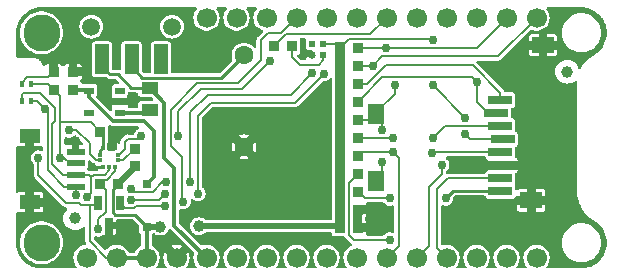
<source format=gbr>
%TF.GenerationSoftware,KiCad,Pcbnew,7.0.8*%
%TF.CreationDate,2024-01-07T13:27:56-05:00*%
%TF.ProjectId,weather-featherwing,77656174-6865-4722-9d66-656174686572,02*%
%TF.SameCoordinates,Original*%
%TF.FileFunction,Copper,L1,Top*%
%TF.FilePolarity,Positive*%
%FSLAX46Y46*%
G04 Gerber Fmt 4.6, Leading zero omitted, Abs format (unit mm)*
G04 Created by KiCad (PCBNEW 7.0.8) date 2024-01-07 13:27:56*
%MOMM*%
%LPD*%
G01*
G04 APERTURE LIST*
%TA.AperFunction,SMDPad,CuDef*%
%ADD10R,0.970000X0.871000*%
%TD*%
%TA.AperFunction,SMDPad,CuDef*%
%ADD11R,0.820000X0.929000*%
%TD*%
%TA.AperFunction,SMDPad,CuDef*%
%ADD12R,0.397000X0.350000*%
%TD*%
%TA.AperFunction,SMDPad,CuDef*%
%ADD13R,0.350000X0.397000*%
%TD*%
%TA.AperFunction,SMDPad,CuDef*%
%ADD14R,0.300000X0.500000*%
%TD*%
%TA.AperFunction,SMDPad,CuDef*%
%ADD15R,2.000000X0.800000*%
%TD*%
%TA.AperFunction,SMDPad,CuDef*%
%ADD16R,1.400000X1.800000*%
%TD*%
%TA.AperFunction,SMDPad,CuDef*%
%ADD17R,1.900000X1.400000*%
%TD*%
%TA.AperFunction,SMDPad,CuDef*%
%ADD18R,0.929000X0.820000*%
%TD*%
%TA.AperFunction,ComponentPad*%
%ADD19C,1.600000*%
%TD*%
%TA.AperFunction,SMDPad,CuDef*%
%ADD20R,1.550000X0.600000*%
%TD*%
%TA.AperFunction,SMDPad,CuDef*%
%ADD21R,1.800000X1.200000*%
%TD*%
%TA.AperFunction,SMDPad,CuDef*%
%ADD22C,1.000000*%
%TD*%
%TA.AperFunction,ComponentPad*%
%ADD23C,3.140000*%
%TD*%
%TA.AperFunction,SMDPad,CuDef*%
%ADD24R,0.871000X0.970000*%
%TD*%
%TA.AperFunction,SMDPad,CuDef*%
%ADD25R,0.790000X0.760000*%
%TD*%
%TA.AperFunction,SMDPad,CuDef*%
%ADD26R,1.465000X0.985000*%
%TD*%
%TA.AperFunction,SMDPad,CuDef*%
%ADD27R,0.550000X0.550000*%
%TD*%
%TA.AperFunction,ComponentPad*%
%ADD28C,1.500000*%
%TD*%
%TA.AperFunction,SMDPad,CuDef*%
%ADD29R,1.200000X2.500000*%
%TD*%
%TA.AperFunction,SMDPad,CuDef*%
%ADD30R,0.833000X0.609000*%
%TD*%
%TA.AperFunction,SMDPad,CuDef*%
%ADD31R,0.645000X1.173000*%
%TD*%
%TA.AperFunction,ComponentPad*%
%ADD32C,1.700000*%
%TD*%
%TA.AperFunction,ViaPad*%
%ADD33C,1.000000*%
%TD*%
%TA.AperFunction,ViaPad*%
%ADD34C,0.750000*%
%TD*%
%TA.AperFunction,Conductor*%
%ADD35C,0.250000*%
%TD*%
%TA.AperFunction,Conductor*%
%ADD36C,0.200000*%
%TD*%
%TA.AperFunction,Conductor*%
%ADD37C,0.500000*%
%TD*%
%TA.AperFunction,Conductor*%
%ADD38C,0.350000*%
%TD*%
G04 APERTURE END LIST*
D10*
%TO.P,C5,1*%
%TO.N,+3V3*%
X117856000Y-103874000D03*
%TO.P,C5,2*%
%TO.N,GND*%
X117856000Y-102374000D03*
%TD*%
D11*
%TO.P,R5,1*%
%TO.N,+3V3*%
X142120000Y-107950000D03*
%TO.P,R5,2*%
%TO.N,/MOSI*%
X143630000Y-107950000D03*
%TD*%
D12*
%TO.P,U2,1,VDD_IO*%
%TO.N,+3V3*%
X121789000Y-109376400D03*
%TO.P,U2,2,SCL*%
%TO.N,/SCL*%
X121789000Y-109876400D03*
D13*
%TO.P,U2,3,RES*%
%TO.N,GND*%
X122055000Y-110392400D03*
%TO.P,U2,4,SDA*%
%TO.N,/SDA*%
X122555000Y-110392400D03*
%TO.P,U2,5,SDO*%
%TO.N,Net-(JP1-B)*%
X123055000Y-110392400D03*
D12*
%TO.P,U2,6,CS*%
%TO.N,Net-(U2-CS)*%
X123321000Y-109876400D03*
%TO.P,U2,7,INT_DRDY*%
%TO.N,/LPS_INT*%
X123321000Y-109376400D03*
D13*
%TO.P,U2,8,GND_IO*%
%TO.N,GND*%
X123055000Y-108860400D03*
%TO.P,U2,9,GND*%
X122555000Y-108860400D03*
%TO.P,U2,10,VDD*%
%TO.N,+3V3*%
X122055000Y-108860400D03*
%TD*%
D14*
%TO.P,U3,1,SDA*%
%TO.N,/SDA*%
X115170000Y-104840000D03*
%TO.P,U3,2,SCL*%
%TO.N,/SCL*%
X115970000Y-104840000D03*
%TO.P,U3,3,VDD*%
%TO.N,+3V3*%
X115970000Y-103440000D03*
%TO.P,U3,4,VSS*%
%TO.N,GND*%
X115170000Y-103440000D03*
%TD*%
D15*
%TO.P,J3,1,DAT2*%
%TO.N,/DAT2*%
X155700000Y-104765000D03*
%TO.P,J3,2,DAT3/CD*%
%TO.N,/CS_SD*%
X155300000Y-105865000D03*
%TO.P,J3,3,CMD*%
%TO.N,/MOSI*%
X155700000Y-106965000D03*
%TO.P,J3,4,VDD*%
%TO.N,+3V3*%
X155900000Y-108065000D03*
%TO.P,J3,5,CLK*%
%TO.N,/SCK*%
X155700000Y-109165000D03*
%TO.P,J3,6,VSS*%
%TO.N,GND*%
X155900000Y-110265000D03*
%TO.P,J3,7,DAT0*%
%TO.N,/MISO*%
X155700000Y-111365000D03*
%TO.P,J3,8,DAT1*%
%TO.N,/DAT1*%
X155700000Y-112465000D03*
D16*
%TO.P,J3,9,DET*%
%TO.N,/CD*%
X145150000Y-111655000D03*
X145150000Y-105955000D03*
D17*
%TO.P,J3,10,SHIELD*%
%TO.N,GND*%
X158300000Y-113255000D03*
X159300000Y-100105000D03*
%TD*%
D18*
%TO.P,R10,1*%
%TO.N,+3V3*%
X124714000Y-110381400D03*
%TO.P,R10,2*%
%TO.N,Net-(U2-CS)*%
X124714000Y-108871400D03*
%TD*%
D11*
%TO.P,R11,1*%
%TO.N,+3V3*%
X123310000Y-111861600D03*
%TO.P,R11,2*%
%TO.N,Net-(JP1-B)*%
X121800000Y-111861600D03*
%TD*%
%TO.P,R4,1*%
%TO.N,+3V3*%
X142120000Y-109474000D03*
%TO.P,R4,2*%
%TO.N,/SCK*%
X143630000Y-109474000D03*
%TD*%
%TO.P,R2,1*%
%TO.N,+3V3*%
X142120000Y-112522000D03*
%TO.P,R2,2*%
%TO.N,/DAT1*%
X143630000Y-112522000D03*
%TD*%
D19*
%TO.P,BT1,1,+*%
%TO.N,/VBAT*%
X133985000Y-100962000D03*
%TO.P,BT1,2,-*%
%TO.N,GND*%
X133985000Y-108712000D03*
%TD*%
D20*
%TO.P,J4,1,GND*%
%TO.N,GND*%
X119730400Y-109115600D03*
%TO.P,J4,2,+3V3*%
%TO.N,+3V3*%
X119730400Y-110115600D03*
%TO.P,J4,3,SDA*%
%TO.N,/SDA*%
X119730400Y-111115600D03*
%TO.P,J4,4,SCL*%
%TO.N,/SCL*%
X119730400Y-112115600D03*
D21*
%TO.P,J4,MP,Shield*%
%TO.N,GND*%
X115855400Y-107815600D03*
X115855400Y-113415600D03*
%TD*%
D11*
%TO.P,R8,1*%
%TO.N,+3V3*%
X142120000Y-101854000D03*
%TO.P,R8,2*%
%TO.N,/SDA*%
X143630000Y-101854000D03*
%TD*%
D22*
%TO.P,FID1,*%
%TO.N,*%
X161340800Y-102362000D03*
%TD*%
D23*
%TO.P,H1,*%
%TO.N,*%
X116840000Y-99060000D03*
%TD*%
D11*
%TO.P,R12,1*%
%TO.N,/NP_DIN*%
X136532000Y-100203000D03*
%TO.P,R12,2*%
%TO.N,Net-(D2-DIN)*%
X138042000Y-100203000D03*
%TD*%
D24*
%TO.P,C2,1*%
%TO.N,+3V3*%
X142125000Y-115570000D03*
%TO.P,C2,2*%
%TO.N,GND*%
X143625000Y-115570000D03*
%TD*%
D25*
%TO.P,D1,1*%
%TO.N,Net-(U1-VOUT)*%
X125730000Y-111860000D03*
%TO.P,D1,2*%
%TO.N,+3V3*%
X125730000Y-115470000D03*
%TD*%
D10*
%TO.P,C1,1*%
%TO.N,Net-(U1-VOUT)*%
X119507000Y-103874000D03*
%TO.P,C1,2*%
%TO.N,GND*%
X119507000Y-102374000D03*
%TD*%
D11*
%TO.P,R1,1*%
%TO.N,+3V3*%
X142120000Y-106426000D03*
%TO.P,R1,2*%
%TO.N,/CD*%
X143630000Y-106426000D03*
%TD*%
D26*
%TO.P,L1,1*%
%TO.N,/VIN*%
X125984000Y-103733000D03*
%TO.P,L1,2*%
%TO.N,Net-(U1-SW)*%
X125984000Y-105563000D03*
%TD*%
D22*
%TO.P,FID2,*%
%TO.N,*%
X119684800Y-114782600D03*
%TD*%
D27*
%TO.P,D2,1,DIN*%
%TO.N,Net-(D2-DIN)*%
X140683000Y-100932000D03*
%TO.P,D2,2,VDD*%
%TO.N,+3V3*%
X140683000Y-99982000D03*
%TO.P,D2,3,DOUT*%
%TO.N,unconnected-(D2-DOUT-Pad3)*%
X139733000Y-99982000D03*
%TO.P,D2,4,GND*%
%TO.N,GND*%
X139733000Y-100932000D03*
%TD*%
D28*
%TO.P,SW1,*%
%TO.N,*%
X127890000Y-98552000D03*
X121060000Y-98552000D03*
D29*
%TO.P,SW1,1,A*%
%TO.N,unconnected-(SW1-A-Pad1)*%
X126960000Y-101302000D03*
%TO.P,SW1,2,B*%
%TO.N,/VBAT*%
X124460000Y-101302000D03*
%TO.P,SW1,3,C*%
%TO.N,/VIN*%
X121960000Y-101302000D03*
%TD*%
D24*
%TO.P,C3,1*%
%TO.N,+3V3*%
X142125000Y-114046000D03*
%TO.P,C3,2*%
%TO.N,GND*%
X143625000Y-114046000D03*
%TD*%
D11*
%TO.P,R7,1*%
%TO.N,+3V3*%
X142120000Y-103378000D03*
%TO.P,R7,2*%
%TO.N,/DAT2*%
X143630000Y-103378000D03*
%TD*%
D30*
%TO.P,U1,1,SW*%
%TO.N,Net-(U1-SW)*%
X123465000Y-105852000D03*
%TO.P,U1,2,GND*%
%TO.N,GND*%
X123465000Y-104902000D03*
%TO.P,U1,3,NC*%
%TO.N,unconnected-(U1-NC-Pad3)*%
X123465000Y-103952000D03*
%TO.P,U1,4,VOUT*%
%TO.N,Net-(U1-VOUT)*%
X120883000Y-103952000D03*
%TO.P,U1,5,NC*%
%TO.N,unconnected-(U1-NC-Pad5)*%
X120883000Y-105852000D03*
%TD*%
D23*
%TO.P,H2,*%
%TO.N,*%
X116840000Y-116840000D03*
%TD*%
D31*
%TO.P,U4,1,SCIO*%
%TO.N,/EEPROM_SCIO*%
X123505000Y-113488000D03*
%TO.P,U4,2,VCC*%
%TO.N,+3V3*%
X121605000Y-113488000D03*
%TO.P,U4,3,VSS*%
%TO.N,GND*%
X122555000Y-115366000D03*
%TD*%
D11*
%TO.P,R9,1*%
%TO.N,+3V3*%
X142120000Y-100330000D03*
%TO.P,R9,2*%
%TO.N,/SCL*%
X143630000Y-100330000D03*
%TD*%
%TO.P,R6,1*%
%TO.N,+3V3*%
X142120000Y-104902000D03*
%TO.P,R6,2*%
%TO.N,/CS_SD*%
X143630000Y-104902000D03*
%TD*%
%TO.P,R3,1*%
%TO.N,+3V3*%
X142120000Y-110998000D03*
%TO.P,R3,2*%
%TO.N,/MISO*%
X143630000Y-110998000D03*
%TD*%
D24*
%TO.P,C4,1*%
%TO.N,+3V3*%
X121805000Y-107442000D03*
%TO.P,C4,2*%
%TO.N,GND*%
X123305000Y-107442000D03*
%TD*%
D32*
%TO.P,J2,17,Pin_17*%
%TO.N,/SDA*%
X158750000Y-97790000D03*
%TO.P,J2,18,Pin_18*%
%TO.N,/SCL*%
X156210000Y-97790000D03*
%TO.P,J2,19,Pin_19*%
%TO.N,/CS_SD*%
X153670000Y-97790000D03*
%TO.P,J2,20,Pin_20*%
%TO.N,/CD*%
X151130000Y-97790000D03*
%TO.P,J2,21,Pin_21*%
%TO.N,/LPS_INT*%
X148590000Y-97790000D03*
%TO.P,J2,22,Pin_22*%
%TO.N,/NP_DIN*%
X146050000Y-97790000D03*
%TO.P,J2,23,3*%
%TO.N,/D11*%
X143510000Y-97790000D03*
%TO.P,J2,24,Pin_24*%
%TO.N,/D12*%
X140970000Y-97790000D03*
%TO.P,J2,25,Pin_25*%
%TO.N,/EEPROM_SCIO*%
X138430000Y-97790000D03*
%TO.P,J2,26,Pin_26*%
%TO.N,/USB*%
X135890000Y-97790000D03*
%TO.P,J2,27,Pin_27*%
%TO.N,/EN*%
X133350000Y-97790000D03*
%TO.P,J2,28,Pin_28*%
%TO.N,/BAT*%
X130810000Y-97790000D03*
%TD*%
%TO.P,J1,1,Pin_1*%
%TO.N,/RST*%
X120650000Y-118110000D03*
%TO.P,J1,2,Pin_2*%
%TO.N,+3V3*%
X123190000Y-118110000D03*
%TO.P,J1,3,Pin_3*%
X125730000Y-118110000D03*
%TO.P,J1,4,Pin_4*%
%TO.N,GND*%
X128270000Y-118110000D03*
%TO.P,J1,5,Pin_5*%
%TO.N,/VIN*%
X130810000Y-118110000D03*
%TO.P,J1,6,Pin_6*%
%TO.N,/A1*%
X133350000Y-118110000D03*
%TO.P,J1,7,Pin_7*%
%TO.N,/A2*%
X135890000Y-118110000D03*
%TO.P,J1,8,Pin_8*%
%TO.N,/A3*%
X138430000Y-118110000D03*
%TO.P,J1,9,Pin_9*%
%TO.N,/A4*%
X140970000Y-118110000D03*
%TO.P,J1,10,Pin_10*%
%TO.N,/A5*%
X143510000Y-118110000D03*
%TO.P,J1,11,Pin_11*%
%TO.N,/SCK*%
X146050000Y-118110000D03*
%TO.P,J1,12,Pin_12*%
%TO.N,/MOSI*%
X148590000Y-118110000D03*
%TO.P,J1,13,Pin_13*%
%TO.N,/MISO*%
X151130000Y-118110000D03*
%TO.P,J1,14,Pin_14*%
%TO.N,/RX*%
X153670000Y-118110000D03*
%TO.P,J1,15,Pin_15*%
%TO.N,/TX*%
X156210000Y-118110000D03*
%TO.P,J1,16,Pin_16*%
%TO.N,/DBG*%
X158750000Y-118110000D03*
%TD*%
D33*
%TO.N,+3V3*%
X126898400Y-115468400D03*
D34*
X152730200Y-107670600D03*
X149987000Y-103505000D03*
X152730200Y-106248200D03*
X149987000Y-99655500D03*
D33*
X130175000Y-115443000D03*
D34*
X118428900Y-109650997D03*
X116560600Y-109651800D03*
%TO.N,GND*%
X139319000Y-108712000D03*
X157480000Y-117195600D03*
X124587000Y-104902000D03*
X115850000Y-112200000D03*
X159893000Y-113030000D03*
X152374600Y-113258600D03*
X121081715Y-110435648D03*
X152374600Y-117195600D03*
X117856000Y-101346000D03*
X124409200Y-107340400D03*
X151968200Y-110312200D03*
X157607000Y-111379000D03*
X138963400Y-101015800D03*
D33*
X122174000Y-103759000D03*
D34*
X159258000Y-101473000D03*
X119507000Y-101346000D03*
X128397000Y-101854000D03*
X157607000Y-109347000D03*
X145796000Y-115443000D03*
X115850000Y-109000000D03*
X133985000Y-114046000D03*
X120650000Y-102362000D03*
X123698000Y-115417600D03*
X157607000Y-100203000D03*
X122555000Y-116586000D03*
X119735600Y-108229400D03*
X144526000Y-114808000D03*
%TO.N,/SCK*%
X146558000Y-109169200D03*
X149936200Y-109220000D03*
%TO.N,/MOSI*%
X146558000Y-107950000D03*
X149987000Y-107950000D03*
X150749000Y-110236000D03*
%TO.N,/MISO*%
X146304000Y-116586000D03*
%TO.N,/CS_SD*%
X153670000Y-103251000D03*
%TO.N,/DAT1*%
X151053800Y-113080800D03*
X146329400Y-113080800D03*
%TO.N,/CD*%
X145669000Y-109982000D03*
X145669000Y-107275500D03*
X146735800Y-103504500D03*
%TO.N,/SDA*%
X130098800Y-112674400D03*
X120705959Y-112954442D03*
X144907000Y-101854000D03*
X124409200Y-113207800D03*
X140741400Y-102539800D03*
X127330200Y-112674400D03*
%TO.N,/SCL*%
X129424300Y-111709200D03*
X127342700Y-111709200D03*
X117125056Y-105505944D03*
X145973800Y-100330000D03*
X119165500Y-107315000D03*
X139776650Y-102488550D03*
X119721614Y-112813500D03*
X124383547Y-112258644D03*
%TO.N,Net-(JP1-B)*%
X121658000Y-115697000D03*
%TO.N,/LPS_INT*%
X136144000Y-101473000D03*
X128436500Y-107772200D03*
X125281133Y-107772200D03*
%TO.N,/EEPROM_SCIO*%
X127326913Y-113750000D03*
X128854200Y-113348900D03*
%TD*%
D35*
%TO.N,/VBAT*%
X133985000Y-100962000D02*
X132070000Y-102877000D01*
X132070000Y-102877000D02*
X125356000Y-102877000D01*
X125356000Y-102877000D02*
X124460000Y-101981000D01*
X124460000Y-101981000D02*
X124460000Y-101302000D01*
D36*
%TO.N,+3V3*%
X121464058Y-113628942D02*
X121605000Y-113488000D01*
D37*
X124714000Y-110381400D02*
X124714000Y-110457600D01*
X130175000Y-115443000D02*
X141998000Y-115443000D01*
D36*
X149897000Y-99565500D02*
X142884500Y-99565500D01*
X118491000Y-106629200D02*
X121005600Y-106629200D01*
X118427800Y-109649897D02*
X118427800Y-104445800D01*
X123190000Y-118110000D02*
X122340000Y-118110000D01*
X115970000Y-103440000D02*
X117422000Y-103440000D01*
D37*
X126898400Y-115468400D02*
X125731600Y-115468400D01*
D36*
X120001209Y-113488500D02*
X120141651Y-113628942D01*
D35*
X122000200Y-108860400D02*
X122055000Y-108860400D01*
D36*
X122340000Y-118110000D02*
X120904000Y-116674000D01*
D35*
X123102880Y-114454500D02*
X122857500Y-114209120D01*
D36*
X118428900Y-109650997D02*
X118427800Y-109649897D01*
D35*
X122857500Y-112314100D02*
X123310000Y-111861600D01*
D36*
X118949500Y-113488500D02*
X120001209Y-113488500D01*
D35*
X121789000Y-109376400D02*
X121789000Y-109071600D01*
D36*
X121805000Y-107428600D02*
X121805000Y-107442000D01*
X119231136Y-110115600D02*
X119730400Y-110115600D01*
X117422000Y-103440000D02*
X117856000Y-103874000D01*
X118427800Y-104445800D02*
X117856000Y-103874000D01*
X153124600Y-108065000D02*
X155900000Y-108065000D01*
X149987000Y-99655500D02*
X149897000Y-99565500D01*
X142884500Y-99565500D02*
X142120000Y-100330000D01*
X152730200Y-107670600D02*
X153124600Y-108065000D01*
D35*
X122055000Y-108860400D02*
X122055000Y-107692000D01*
D36*
X118766533Y-109650997D02*
X119231136Y-110115600D01*
X149987000Y-103505000D02*
X152730200Y-106248200D01*
X116560600Y-109651800D02*
X116560600Y-111099600D01*
D35*
X121789000Y-109071600D02*
X122000200Y-108860400D01*
X122055000Y-107692000D02*
X121805000Y-107442000D01*
X124714500Y-114454500D02*
X123102880Y-114454500D01*
D36*
X140683000Y-99982000D02*
X141772000Y-99982000D01*
X120141651Y-113628942D02*
X120904000Y-113628942D01*
X120904000Y-116674000D02*
X120904000Y-113628942D01*
X141772000Y-99982000D02*
X142120000Y-100330000D01*
D38*
X125730000Y-118110000D02*
X123190000Y-118110000D01*
D36*
X121605000Y-113649800D02*
X121605000Y-113488000D01*
X120904000Y-113628942D02*
X121464058Y-113628942D01*
D35*
X121605000Y-113756400D02*
X121605000Y-113488000D01*
D36*
X116560600Y-111099600D02*
X118949500Y-113488500D01*
X119730400Y-110115600D02*
X119729000Y-110117000D01*
D35*
X122857500Y-114209120D02*
X122857500Y-112314100D01*
D36*
X118428900Y-109650997D02*
X118766533Y-109650997D01*
D38*
X125730000Y-118110000D02*
X125730000Y-115470000D01*
D37*
X124714000Y-110457600D02*
X123310000Y-111861600D01*
X125731600Y-115468400D02*
X125730000Y-115470000D01*
D35*
X125730000Y-115470000D02*
X124714500Y-114454500D01*
D37*
X141998000Y-115443000D02*
X142125000Y-115570000D01*
D36*
X121005600Y-106629200D02*
X121805000Y-107428600D01*
D38*
%TO.N,Net-(U1-VOUT)*%
X122914670Y-106553000D02*
X125501400Y-106553000D01*
X120805000Y-103874000D02*
X120883000Y-103952000D01*
X119507000Y-103874000D02*
X120805000Y-103874000D01*
X126339600Y-107391200D02*
X126339600Y-111250400D01*
X120883000Y-104521330D02*
X122914670Y-106553000D01*
X120883000Y-103952000D02*
X120883000Y-104521330D01*
X126339600Y-111250400D02*
X125730000Y-111860000D01*
X125501400Y-106553000D02*
X126339600Y-107391200D01*
D36*
%TO.N,GND*%
X121081715Y-110435648D02*
X121124963Y-110392400D01*
X115170000Y-103320800D02*
X115646200Y-102844600D01*
X121124963Y-110392400D02*
X122055000Y-110392400D01*
D37*
X124409200Y-107340400D02*
X123406600Y-107340400D01*
D36*
X115855400Y-108994600D02*
X115850000Y-109000000D01*
X138963400Y-101015800D02*
X139649200Y-101015800D01*
X117385400Y-102844600D02*
X117856000Y-102374000D01*
X115855400Y-112205400D02*
X115850000Y-112200000D01*
D37*
X123406600Y-107340400D02*
X123305000Y-107442000D01*
D36*
X115646200Y-102844600D02*
X117385400Y-102844600D01*
X139649200Y-101015800D02*
X139733000Y-100932000D01*
X115170000Y-103440000D02*
X115170000Y-103320800D01*
X122555000Y-108860400D02*
X123055000Y-108860400D01*
%TO.N,Net-(D2-DIN)*%
X138684000Y-101752400D02*
X140309600Y-101752400D01*
X140309600Y-101752400D02*
X140683000Y-101379000D01*
X140683000Y-101379000D02*
X140683000Y-100932000D01*
X138169000Y-100203000D02*
X138169000Y-100457000D01*
X138042000Y-100203000D02*
X138042000Y-101110400D01*
X138042000Y-101110400D02*
X138684000Y-101752400D01*
D35*
%TO.N,/VIN*%
X121960000Y-101919400D02*
X122631200Y-102590600D01*
X122631200Y-102590600D02*
X123284220Y-102590600D01*
D38*
X127228600Y-104977600D02*
X127228600Y-109677200D01*
X125984000Y-103733000D02*
X127228600Y-104977600D01*
X127228600Y-109677200D02*
X128092200Y-110540800D01*
D35*
X124426620Y-103733000D02*
X125984000Y-103733000D01*
X121960000Y-101302000D02*
X121960000Y-101919400D01*
X123284220Y-102590600D02*
X124426620Y-103733000D01*
D38*
X128092200Y-110540800D02*
X128092200Y-115392200D01*
D35*
X121960000Y-101302000D02*
X121995620Y-101302000D01*
D38*
X128092200Y-115392200D02*
X130810000Y-118110000D01*
D36*
%TO.N,/SCK*%
X143934800Y-109169200D02*
X143884000Y-109220000D01*
X146558000Y-109169200D02*
X147066000Y-109677200D01*
X147066000Y-117094000D02*
X146050000Y-118110000D01*
X143884000Y-109220000D02*
X143884000Y-109474000D01*
X147066000Y-109677200D02*
X147066000Y-117094000D01*
X149991200Y-109165000D02*
X155700000Y-109165000D01*
X146558000Y-109169200D02*
X143934800Y-109169200D01*
X149936200Y-109220000D02*
X149991200Y-109165000D01*
%TO.N,/MOSI*%
X143630000Y-107950000D02*
X146558000Y-107950000D01*
X150749000Y-110998000D02*
X149606000Y-112141000D01*
X149606000Y-117094000D02*
X148590000Y-118110000D01*
X149606000Y-112141000D02*
X149606000Y-117094000D01*
X149987000Y-107950000D02*
X150972000Y-106965000D01*
X150972000Y-106965000D02*
X155700000Y-106965000D01*
X150749000Y-110236000D02*
X150749000Y-110998000D01*
%TO.N,/MISO*%
X142875000Y-116205000D02*
X142875000Y-111753000D01*
X143256000Y-116586000D02*
X142875000Y-116205000D01*
X150317200Y-117297200D02*
X150317200Y-112293400D01*
X146304000Y-116586000D02*
X143256000Y-116586000D01*
X150317200Y-112293400D02*
X151245600Y-111365000D01*
X151130000Y-118110000D02*
X150317200Y-117297200D01*
X151245600Y-111365000D02*
X155700000Y-111365000D01*
X142875000Y-111753000D02*
X143630000Y-110998000D01*
%TO.N,/DAT2*%
X144392000Y-103378000D02*
X143630000Y-103378000D01*
X153365200Y-101803200D02*
X145966800Y-101803200D01*
X155700000Y-104765000D02*
X155700000Y-104138000D01*
X155700000Y-104138000D02*
X153365200Y-101803200D01*
X145966800Y-101803200D02*
X144392000Y-103378000D01*
%TO.N,/CS_SD*%
X145709000Y-102830000D02*
X153249000Y-102830000D01*
X153249000Y-102830000D02*
X153670000Y-103251000D01*
X143884000Y-104902000D02*
X143884000Y-104655000D01*
X153670000Y-104902000D02*
X154633000Y-105865000D01*
X143884000Y-104655000D02*
X145709000Y-102830000D01*
X153670000Y-103251000D02*
X153670000Y-104902000D01*
X154633000Y-105865000D02*
X155300000Y-105865000D01*
D35*
%TO.N,/DAT1*%
X151053800Y-113080800D02*
X151669600Y-112465000D01*
D36*
X144188800Y-113080800D02*
X146329400Y-113080800D01*
X143630000Y-112522000D02*
X144188800Y-113080800D01*
D35*
X151669600Y-112465000D02*
X155700000Y-112465000D01*
D36*
%TO.N,/CD*%
X145669000Y-107275500D02*
X145669000Y-106474000D01*
X145150000Y-105955000D02*
X145150000Y-105802000D01*
X145669000Y-106474000D02*
X145150000Y-105955000D01*
X143630000Y-106426000D02*
X144679000Y-106426000D01*
X144679000Y-106426000D02*
X145150000Y-105955000D01*
X145150000Y-105802000D02*
X146735800Y-104216200D01*
X145669000Y-109982000D02*
X145669000Y-111136000D01*
X146735800Y-104216200D02*
X146735800Y-103504500D01*
X145669000Y-111136000D02*
X145150000Y-111655000D01*
%TO.N,/SDA*%
X124409200Y-113207800D02*
X126796800Y-113207800D01*
X122555000Y-110718600D02*
X122555000Y-110392400D01*
X115170000Y-104840000D02*
X115170000Y-104286000D01*
X117983000Y-106547195D02*
X117754400Y-106775795D01*
X130098800Y-106070400D02*
X130098800Y-112674400D01*
X121005600Y-112654801D02*
X121005600Y-111302800D01*
X144907000Y-101854000D02*
X143630000Y-101854000D01*
X118686200Y-111117000D02*
X120819800Y-111117000D01*
X121047200Y-111302800D02*
X121252900Y-111097100D01*
X116713707Y-104140000D02*
X117983000Y-105409293D01*
X117754400Y-106775795D02*
X117754400Y-110185200D01*
X120705959Y-112954442D02*
X121005600Y-112654801D01*
X120819800Y-111117000D02*
X121005600Y-111302800D01*
X117983000Y-105409293D02*
X117983000Y-106547195D01*
X115316000Y-104140000D02*
X116713707Y-104140000D01*
X144907000Y-101854000D02*
X145694400Y-101066600D01*
X131191000Y-104978200D02*
X130098800Y-106070400D01*
X138303000Y-104978200D02*
X131191000Y-104978200D01*
X145694400Y-101066600D02*
X155473400Y-101066600D01*
X121005600Y-111302800D02*
X121047200Y-111302800D01*
X121252900Y-111097100D02*
X122176500Y-111097100D01*
X155473400Y-101066600D02*
X158750000Y-97790000D01*
X115170000Y-104286000D02*
X115316000Y-104140000D01*
X140741400Y-102539800D02*
X138303000Y-104978200D01*
X117754400Y-110185200D02*
X118686200Y-111117000D01*
X122176500Y-111097100D02*
X122555000Y-110718600D01*
X126796800Y-113207800D02*
X127330200Y-112674400D01*
%TO.N,/SCL*%
X119729000Y-112806114D02*
X119721614Y-112813500D01*
X119165500Y-107315000D02*
X119786400Y-107315000D01*
X145973800Y-100330000D02*
X143630000Y-100330000D01*
X119786400Y-107315000D02*
X120904000Y-108432600D01*
X137960200Y-104305000D02*
X130899000Y-104305000D01*
X117348000Y-110718600D02*
X118746400Y-112117000D01*
X119730400Y-112115600D02*
X119729000Y-112117000D01*
X117125056Y-105505944D02*
X117348000Y-105728888D01*
X119729000Y-112117000D02*
X120194200Y-112117000D01*
X121458800Y-109876400D02*
X121789000Y-109876400D01*
X130899000Y-104305000D02*
X129424300Y-105779700D01*
X145973800Y-100330000D02*
X153670000Y-100330000D01*
X117125056Y-105505944D02*
X116459112Y-104840000D01*
X127080064Y-111709200D02*
X126249264Y-112540000D01*
X116459112Y-104840000D02*
X115970000Y-104840000D01*
X129424300Y-105779700D02*
X129424300Y-111709200D01*
X117348000Y-105728888D02*
X117348000Y-110718600D01*
X153670000Y-100330000D02*
X156210000Y-97790000D01*
X126249264Y-112540000D02*
X124664903Y-112540000D01*
X127342700Y-111709200D02*
X127080064Y-111709200D01*
X124664903Y-112540000D02*
X124383547Y-112258644D01*
X119729000Y-112117000D02*
X119729000Y-112806114D01*
X118746400Y-112117000D02*
X119729000Y-112117000D01*
X120904000Y-108432600D02*
X120904000Y-109321600D01*
X120904000Y-109321600D02*
X121458800Y-109876400D01*
X139776650Y-102488550D02*
X137960200Y-104305000D01*
%TO.N,Net-(JP1-B)*%
X121658000Y-115697000D02*
X121658000Y-114841400D01*
X122275600Y-114223800D02*
X122275600Y-112337200D01*
X122275600Y-112337200D02*
X121800000Y-111861600D01*
X122362625Y-111497100D02*
X123055000Y-110804725D01*
X121658000Y-114841400D02*
X122275600Y-114223800D01*
X123055000Y-110804725D02*
X123055000Y-110392400D01*
X122164500Y-111497100D02*
X122362625Y-111497100D01*
X121800000Y-111861600D02*
X122164500Y-111497100D01*
D38*
%TO.N,Net-(U1-SW)*%
X125695000Y-105852000D02*
X125984000Y-105563000D01*
X123465000Y-105852000D02*
X125695000Y-105852000D01*
D36*
%TO.N,Net-(U2-CS)*%
X123709000Y-109876400D02*
X124714000Y-108871400D01*
X123321000Y-109876400D02*
X123709000Y-109876400D01*
%TO.N,/NP_DIN*%
X137569500Y-99165500D02*
X136532000Y-100203000D01*
X146050000Y-97790000D02*
X144674500Y-99165500D01*
X144674500Y-99165500D02*
X137569500Y-99165500D01*
%TO.N,/LPS_INT*%
X133807200Y-103809800D02*
X136144000Y-101473000D01*
X123875800Y-108915200D02*
X123414600Y-109376400D01*
X125027133Y-108026200D02*
X124129800Y-108026200D01*
X123414600Y-109376400D02*
X123321000Y-109376400D01*
X123875800Y-108280200D02*
X123875800Y-108915200D01*
X130302000Y-103809800D02*
X133807200Y-103809800D01*
X128436500Y-107772200D02*
X128436500Y-105675300D01*
X148336000Y-97790000D02*
X148590000Y-97790000D01*
X125281133Y-107772200D02*
X125027133Y-108026200D01*
X124129800Y-108026200D02*
X123875800Y-108280200D01*
X128436500Y-105675300D02*
X130302000Y-103809800D01*
%TO.N,/EEPROM_SCIO*%
X127326913Y-113750000D02*
X124821595Y-113750000D01*
X124821595Y-113750000D02*
X124688795Y-113882800D01*
X135382000Y-99695000D02*
X136017000Y-99060000D01*
X124688795Y-113882800D02*
X123899800Y-113882800D01*
X137109314Y-99060000D02*
X138379314Y-97790000D01*
X135382000Y-101396800D02*
X135382000Y-99695000D01*
X129997200Y-103327200D02*
X133451600Y-103327200D01*
X128854200Y-113348900D02*
X128749300Y-113244000D01*
X136017000Y-99060000D02*
X137109314Y-99060000D01*
X127762000Y-105562400D02*
X129997200Y-103327200D01*
X128749300Y-109623100D02*
X127762000Y-108635800D01*
X128749300Y-113244000D02*
X128749300Y-109623100D01*
X127762000Y-108635800D02*
X127762000Y-105562400D01*
X138379314Y-97790000D02*
X138430000Y-97790000D01*
X133451600Y-103327200D02*
X135382000Y-101396800D01*
X123899800Y-113882800D02*
X123505000Y-113488000D01*
%TD*%
%TA.AperFunction,Conductor*%
%TO.N,GND*%
G36*
X123230000Y-108661900D02*
G01*
X123230000Y-109000900D01*
X123102752Y-109000900D01*
X123079488Y-109005527D01*
X123044271Y-109012532D01*
X123044267Y-109012534D01*
X122977949Y-109056846D01*
X122977946Y-109056849D01*
X122976576Y-109058900D01*
X122430500Y-109058900D01*
X122430500Y-108642152D01*
X122418867Y-108583669D01*
X122396809Y-108550657D01*
X122430000Y-108331000D01*
X123230000Y-108331000D01*
X123230000Y-108661900D01*
G37*
%TD.AperFunction*%
%TD*%
%TA.AperFunction,Conductor*%
%TO.N,GND*%
G36*
X116173439Y-107460285D02*
G01*
X116219194Y-107513089D01*
X116230400Y-107564600D01*
X116230400Y-108665600D01*
X116780026Y-108665600D01*
X116780028Y-108665599D01*
X116849309Y-108651819D01*
X116918900Y-108658046D01*
X116974078Y-108700909D01*
X116997322Y-108766799D01*
X116997500Y-108773436D01*
X116997500Y-108969566D01*
X116977815Y-109036605D01*
X116925011Y-109082360D01*
X116855853Y-109092304D01*
X116815876Y-109079364D01*
X116784034Y-109062652D01*
X116703484Y-109042798D01*
X116636550Y-109026300D01*
X116636549Y-109026300D01*
X116484651Y-109026300D01*
X116484650Y-109026300D01*
X116337167Y-109062651D01*
X116202667Y-109133242D01*
X116202666Y-109133243D01*
X116089875Y-109233167D01*
X116088967Y-109233971D01*
X116002680Y-109358979D01*
X116002679Y-109358980D01*
X115948815Y-109501008D01*
X115945185Y-109530906D01*
X115930506Y-109651800D01*
X115948815Y-109802591D01*
X116002679Y-109944619D01*
X116088968Y-110069630D01*
X116168327Y-110139936D01*
X116205454Y-110199125D01*
X116210100Y-110232751D01*
X116210100Y-111050388D01*
X116207461Y-111075832D01*
X116205557Y-111084911D01*
X116205557Y-111084917D01*
X116209623Y-111117537D01*
X116210100Y-111125214D01*
X116210100Y-111128638D01*
X116213687Y-111150141D01*
X116220027Y-111200993D01*
X116222120Y-111208026D01*
X116224508Y-111214981D01*
X116248895Y-111260044D01*
X116271401Y-111306083D01*
X116275665Y-111312055D01*
X116280180Y-111317856D01*
X116317875Y-111352558D01*
X118666860Y-113701541D01*
X118682984Y-113721396D01*
X118688063Y-113729169D01*
X118714009Y-113749363D01*
X118719772Y-113754453D01*
X118722194Y-113756875D01*
X118722195Y-113756876D01*
X118739929Y-113769537D01*
X118780375Y-113801018D01*
X118786795Y-113804492D01*
X118786844Y-113804516D01*
X118786890Y-113804541D01*
X118793432Y-113807739D01*
X118793433Y-113807739D01*
X118793434Y-113807740D01*
X118799934Y-113809675D01*
X118842545Y-113822362D01*
X118891006Y-113838998D01*
X118891012Y-113839000D01*
X118891018Y-113839000D01*
X118898268Y-113840210D01*
X118915742Y-113842388D01*
X118915530Y-113844087D01*
X118916116Y-113844266D01*
X118916070Y-113844414D01*
X118971016Y-113858102D01*
X119018920Y-113908964D01*
X119031722Y-113977651D01*
X119005356Y-114042355D01*
X118987028Y-114060955D01*
X118973917Y-114071715D01*
X118848890Y-114224060D01*
X118848886Y-114224067D01*
X118755988Y-114397866D01*
X118698775Y-114586470D01*
X118679459Y-114782600D01*
X118698775Y-114978729D01*
X118698776Y-114978732D01*
X118738627Y-115110104D01*
X118755988Y-115167333D01*
X118848886Y-115341132D01*
X118848890Y-115341139D01*
X118973916Y-115493483D01*
X119126260Y-115618509D01*
X119126267Y-115618513D01*
X119300066Y-115711411D01*
X119300069Y-115711411D01*
X119300073Y-115711414D01*
X119488668Y-115768624D01*
X119684800Y-115787941D01*
X119880932Y-115768624D01*
X120069527Y-115711414D01*
X120243338Y-115618510D01*
X120350835Y-115530288D01*
X120415145Y-115502976D01*
X120484012Y-115514767D01*
X120535572Y-115561919D01*
X120553500Y-115626142D01*
X120553500Y-116624788D01*
X120550861Y-116650232D01*
X120548957Y-116659311D01*
X120548957Y-116659317D01*
X120553023Y-116691937D01*
X120553500Y-116699614D01*
X120553500Y-116703038D01*
X120557087Y-116724541D01*
X120563427Y-116775393D01*
X120565520Y-116782426D01*
X120567908Y-116789381D01*
X120591709Y-116833362D01*
X120592294Y-116834442D01*
X120595426Y-116840849D01*
X120607188Y-116909722D01*
X120579848Y-116974020D01*
X120522085Y-117013330D01*
X120506814Y-117017203D01*
X120415949Y-117034189D01*
X120347544Y-117046976D01*
X120347542Y-117046976D01*
X120347540Y-117046977D01*
X120157364Y-117120651D01*
X120157357Y-117120655D01*
X119983960Y-117228017D01*
X119983958Y-117228019D01*
X119833237Y-117365418D01*
X119710327Y-117528178D01*
X119619422Y-117710739D01*
X119619417Y-117710752D01*
X119563602Y-117906917D01*
X119544785Y-118109999D01*
X119544785Y-118110000D01*
X119563602Y-118313082D01*
X119619417Y-118509247D01*
X119619422Y-118509260D01*
X119694731Y-118660500D01*
X119710327Y-118691821D01*
X119791849Y-118799774D01*
X119816541Y-118865134D01*
X119801976Y-118933469D01*
X119752779Y-118983081D01*
X119692895Y-118998500D01*
X116841878Y-118998500D01*
X116838133Y-118998387D01*
X116583567Y-118982988D01*
X116576128Y-118982084D01*
X116358727Y-118942245D01*
X116327122Y-118936453D01*
X116319849Y-118934660D01*
X116292093Y-118926011D01*
X116078170Y-118859350D01*
X116071168Y-118856694D01*
X115840317Y-118752797D01*
X115833681Y-118749314D01*
X115617038Y-118618348D01*
X115610871Y-118614091D01*
X115532445Y-118552648D01*
X115411595Y-118457967D01*
X115406005Y-118453015D01*
X115226983Y-118273993D01*
X115222033Y-118268405D01*
X115065907Y-118069127D01*
X115061651Y-118062961D01*
X114930685Y-117846318D01*
X114927202Y-117839682D01*
X114915520Y-117813726D01*
X114883038Y-117741553D01*
X114823305Y-117608831D01*
X114820652Y-117601838D01*
X114745336Y-117360138D01*
X114743548Y-117352889D01*
X114700183Y-117116248D01*
X114697915Y-117103871D01*
X114697011Y-117096432D01*
X114696761Y-117092305D01*
X114681915Y-116846860D01*
X114681613Y-116841866D01*
X114681557Y-116840004D01*
X115014395Y-116840004D01*
X115034783Y-117112082D01*
X115034783Y-117112084D01*
X115090584Y-117356563D01*
X115095502Y-117378107D01*
X115195187Y-117632100D01*
X115331614Y-117868400D01*
X115501737Y-118081727D01*
X115701754Y-118267315D01*
X115927198Y-118421020D01*
X116173032Y-118539408D01*
X116433765Y-118619833D01*
X116433766Y-118619833D01*
X116433769Y-118619834D01*
X116703564Y-118660499D01*
X116703569Y-118660499D01*
X116703572Y-118660500D01*
X116703573Y-118660500D01*
X116976427Y-118660500D01*
X116976428Y-118660500D01*
X116976435Y-118660499D01*
X117246230Y-118619834D01*
X117246231Y-118619833D01*
X117246235Y-118619833D01*
X117506968Y-118539408D01*
X117752803Y-118421020D01*
X117978246Y-118267315D01*
X118178263Y-118081727D01*
X118348386Y-117868400D01*
X118484813Y-117632100D01*
X118584498Y-117378107D01*
X118645215Y-117112092D01*
X118645248Y-117111649D01*
X118665605Y-116840004D01*
X118665605Y-116839995D01*
X118645216Y-116567917D01*
X118645216Y-116567915D01*
X118645215Y-116567911D01*
X118645215Y-116567908D01*
X118584498Y-116301893D01*
X118484813Y-116047900D01*
X118348386Y-115811600D01*
X118178263Y-115598273D01*
X117978246Y-115412685D01*
X117752803Y-115258980D01*
X117752797Y-115258977D01*
X117752796Y-115258976D01*
X117752794Y-115258975D01*
X117506970Y-115140593D01*
X117506972Y-115140593D01*
X117246236Y-115060167D01*
X117246230Y-115060165D01*
X116976435Y-115019500D01*
X116976428Y-115019500D01*
X116703572Y-115019500D01*
X116703564Y-115019500D01*
X116433769Y-115060165D01*
X116433763Y-115060167D01*
X116173031Y-115140592D01*
X115927202Y-115258977D01*
X115701753Y-115412685D01*
X115501739Y-115598271D01*
X115501737Y-115598273D01*
X115331614Y-115811600D01*
X115195187Y-116047899D01*
X115095504Y-116301887D01*
X115095499Y-116301904D01*
X115034783Y-116567915D01*
X115034783Y-116567917D01*
X115014395Y-116839995D01*
X115014395Y-116840004D01*
X114681557Y-116840004D01*
X114681500Y-116838122D01*
X114681500Y-114363625D01*
X114701185Y-114296586D01*
X114753989Y-114250831D01*
X114823147Y-114240887D01*
X114852959Y-114249066D01*
X114857861Y-114251097D01*
X114930771Y-114265599D01*
X114930774Y-114265600D01*
X115480400Y-114265600D01*
X115480400Y-113790600D01*
X116230400Y-113790600D01*
X116230400Y-114265600D01*
X116780026Y-114265600D01*
X116780028Y-114265599D01*
X116852940Y-114251096D01*
X116852944Y-114251094D01*
X116935639Y-114195839D01*
X116990894Y-114113144D01*
X116990896Y-114113140D01*
X117005399Y-114040228D01*
X117005400Y-114040226D01*
X117005400Y-113790600D01*
X116230400Y-113790600D01*
X115480400Y-113790600D01*
X115480400Y-112565600D01*
X116230400Y-112565600D01*
X116230400Y-113040600D01*
X117005400Y-113040600D01*
X117005400Y-112790973D01*
X117005399Y-112790971D01*
X116990896Y-112718059D01*
X116990894Y-112718055D01*
X116935639Y-112635360D01*
X116852944Y-112580105D01*
X116852940Y-112580103D01*
X116780027Y-112565600D01*
X116230400Y-112565600D01*
X115480400Y-112565600D01*
X114930773Y-112565600D01*
X114857854Y-112580104D01*
X114852952Y-112582135D01*
X114783483Y-112589604D01*
X114721004Y-112558329D01*
X114685352Y-112498240D01*
X114681500Y-112467574D01*
X114681500Y-108763625D01*
X114701185Y-108696586D01*
X114753989Y-108650831D01*
X114823147Y-108640887D01*
X114852959Y-108649066D01*
X114857861Y-108651097D01*
X114930771Y-108665599D01*
X114930774Y-108665600D01*
X115480400Y-108665600D01*
X115480400Y-107564600D01*
X115500085Y-107497561D01*
X115552889Y-107451806D01*
X115604400Y-107440600D01*
X116106400Y-107440600D01*
X116173439Y-107460285D01*
G37*
%TD.AperFunction*%
%TA.AperFunction,Conductor*%
G36*
X127769688Y-115679583D02*
G01*
X127800177Y-115701925D01*
X129734443Y-117636191D01*
X129767928Y-117697514D01*
X129766029Y-117757806D01*
X129723602Y-117906921D01*
X129704785Y-118109999D01*
X129704785Y-118110000D01*
X129723602Y-118313082D01*
X129779417Y-118509247D01*
X129779422Y-118509260D01*
X129854731Y-118660500D01*
X129870327Y-118691821D01*
X129951849Y-118799774D01*
X129976541Y-118865134D01*
X129961976Y-118933469D01*
X129912779Y-118983081D01*
X129852895Y-118998500D01*
X129226478Y-118998500D01*
X129159439Y-118978815D01*
X129113684Y-118926011D01*
X129103740Y-118856853D01*
X129127524Y-118799773D01*
X129209245Y-118691556D01*
X129300113Y-118509069D01*
X129300116Y-118509063D01*
X129355902Y-118312992D01*
X129355903Y-118312989D01*
X129374713Y-118110000D01*
X129374713Y-118109999D01*
X129355903Y-117907010D01*
X129355902Y-117907007D01*
X129300116Y-117710936D01*
X129300113Y-117710930D01*
X129266633Y-117643694D01*
X128770000Y-118140327D01*
X128770000Y-118038111D01*
X128729493Y-117900156D01*
X128651761Y-117779202D01*
X128543100Y-117685048D01*
X128412315Y-117625320D01*
X128305763Y-117610000D01*
X128234237Y-117610000D01*
X128127685Y-117625320D01*
X127996900Y-117685048D01*
X127888239Y-117779202D01*
X127810507Y-117900156D01*
X127770000Y-118038111D01*
X127770000Y-118140329D01*
X127273365Y-117643694D01*
X127239888Y-117710927D01*
X127239881Y-117710943D01*
X127184097Y-117907007D01*
X127184096Y-117907010D01*
X127165287Y-118109999D01*
X127165287Y-118110000D01*
X127184096Y-118312989D01*
X127184097Y-118312992D01*
X127239883Y-118509063D01*
X127239886Y-118509069D01*
X127330754Y-118691556D01*
X127412476Y-118799773D01*
X127437168Y-118865134D01*
X127422603Y-118933469D01*
X127373406Y-118983081D01*
X127313522Y-118998500D01*
X126687105Y-118998500D01*
X126620066Y-118978815D01*
X126574311Y-118926011D01*
X126564367Y-118856853D01*
X126588150Y-118799774D01*
X126669673Y-118691821D01*
X126760582Y-118509250D01*
X126816397Y-118313083D01*
X126835215Y-118110000D01*
X126831153Y-118066168D01*
X126816397Y-117906917D01*
X126805438Y-117868400D01*
X126760582Y-117710750D01*
X126753991Y-117697514D01*
X126680617Y-117550158D01*
X126669673Y-117528179D01*
X126556335Y-117378095D01*
X126546762Y-117365418D01*
X126396041Y-117228019D01*
X126396039Y-117228017D01*
X126217763Y-117117634D01*
X126218620Y-117116248D01*
X126213661Y-117111650D01*
X127801980Y-117111650D01*
X128270000Y-117579670D01*
X128270001Y-117579670D01*
X128738018Y-117111650D01*
X128738018Y-117111649D01*
X128572323Y-117047460D01*
X128572320Y-117047459D01*
X128371928Y-117010000D01*
X128168072Y-117010000D01*
X127967679Y-117047459D01*
X127967676Y-117047460D01*
X127801980Y-117111649D01*
X127801980Y-117111650D01*
X126213661Y-117111650D01*
X126172987Y-117073934D01*
X126155500Y-117010444D01*
X126155500Y-116196672D01*
X126175185Y-116129633D01*
X126214476Y-116095586D01*
X126212583Y-116092753D01*
X126232157Y-116079674D01*
X126277291Y-116049516D01*
X126343964Y-116028639D01*
X126411345Y-116047123D01*
X126423495Y-116055674D01*
X126427504Y-116058871D01*
X126427510Y-116058877D01*
X126427516Y-116058881D01*
X126427519Y-116058883D01*
X126570702Y-116148852D01*
X126570705Y-116148854D01*
X126570709Y-116148855D01*
X126570710Y-116148856D01*
X126643313Y-116174260D01*
X126730343Y-116204714D01*
X126898397Y-116223649D01*
X126898400Y-116223649D01*
X126898403Y-116223649D01*
X127066456Y-116204714D01*
X127102099Y-116192242D01*
X127226090Y-116148856D01*
X127226092Y-116148854D01*
X127226094Y-116148854D01*
X127226097Y-116148852D01*
X127369284Y-116058881D01*
X127369285Y-116058880D01*
X127369290Y-116058877D01*
X127488877Y-115939290D01*
X127519575Y-115890435D01*
X127578852Y-115796097D01*
X127578857Y-115796087D01*
X127587744Y-115770690D01*
X127595454Y-115748652D01*
X127636174Y-115691877D01*
X127701126Y-115666128D01*
X127769688Y-115679583D01*
G37*
%TD.AperFunction*%
%TA.AperFunction,Conductor*%
G36*
X141414746Y-102914746D02*
G01*
X141450564Y-102974737D01*
X141454500Y-103005733D01*
X141454500Y-109933943D01*
X141434000Y-110508443D01*
X141434000Y-111487557D01*
X141454500Y-112062057D01*
X141454500Y-113446191D01*
X141452117Y-113470383D01*
X141439000Y-113536323D01*
X141439000Y-114555674D01*
X141447818Y-114600010D01*
X141450121Y-114628620D01*
X141446678Y-114725138D01*
X141443573Y-114812170D01*
X141443189Y-114822921D01*
X141421127Y-114889216D01*
X141366725Y-114933059D01*
X141319268Y-114942500D01*
X130787229Y-114942500D01*
X130720190Y-114922815D01*
X130699548Y-114906181D01*
X130645890Y-114852523D01*
X130645884Y-114852518D01*
X130502697Y-114762547D01*
X130502694Y-114762545D01*
X130343056Y-114706685D01*
X130175003Y-114687751D01*
X130174997Y-114687751D01*
X130006943Y-114706685D01*
X129847305Y-114762545D01*
X129847302Y-114762547D01*
X129704115Y-114852518D01*
X129704109Y-114852523D01*
X129584523Y-114972109D01*
X129584518Y-114972115D01*
X129494547Y-115115302D01*
X129494545Y-115115305D01*
X129438685Y-115274943D01*
X129419751Y-115442997D01*
X129419751Y-115443002D01*
X129438685Y-115611056D01*
X129494545Y-115770694D01*
X129494547Y-115770697D01*
X129584518Y-115913884D01*
X129584523Y-115913890D01*
X129704109Y-116033476D01*
X129704115Y-116033481D01*
X129847302Y-116123452D01*
X129847305Y-116123454D01*
X129847309Y-116123455D01*
X129847310Y-116123456D01*
X129919888Y-116148852D01*
X130006943Y-116179314D01*
X130174997Y-116198249D01*
X130175000Y-116198249D01*
X130175003Y-116198249D01*
X130343056Y-116179314D01*
X130374904Y-116168170D01*
X130502690Y-116123456D01*
X130502692Y-116123454D01*
X130502694Y-116123454D01*
X130502697Y-116123452D01*
X130645884Y-116033481D01*
X130645885Y-116033480D01*
X130645890Y-116033477D01*
X130699548Y-115979819D01*
X130760871Y-115946334D01*
X130787229Y-115943500D01*
X141312345Y-115943500D01*
X141379384Y-115963185D01*
X141425139Y-116015989D01*
X141433964Y-116043315D01*
X141434000Y-116043496D01*
X141434000Y-116043500D01*
X141436619Y-116056666D01*
X141438288Y-116073625D01*
X141438403Y-116073614D01*
X141439000Y-116079678D01*
X141453532Y-116152735D01*
X141453533Y-116152739D01*
X141453534Y-116152740D01*
X141508899Y-116235601D01*
X141580571Y-116283490D01*
X141591760Y-116290966D01*
X141591764Y-116290967D01*
X141646748Y-116301904D01*
X141664826Y-116305500D01*
X141664831Y-116305500D01*
X141670886Y-116306097D01*
X141670874Y-116306211D01*
X141687836Y-116307881D01*
X141701000Y-116310500D01*
X141701001Y-116310500D01*
X142459030Y-116310500D01*
X142526069Y-116330185D01*
X142570429Y-116380038D01*
X142585802Y-116411484D01*
X142585803Y-116411485D01*
X142585804Y-116411487D01*
X142590065Y-116417455D01*
X142594580Y-116423256D01*
X142632275Y-116457958D01*
X142973362Y-116799044D01*
X142989489Y-116818902D01*
X142994563Y-116826669D01*
X142994565Y-116826671D01*
X143020505Y-116846860D01*
X143026268Y-116851950D01*
X143028693Y-116854375D01*
X143028695Y-116854377D01*
X143046437Y-116867044D01*
X143081622Y-116894430D01*
X143122435Y-116951140D01*
X143126110Y-117020913D01*
X143091478Y-117081596D01*
X143050255Y-117107909D01*
X143017370Y-117120648D01*
X143017357Y-117120655D01*
X142843960Y-117228017D01*
X142843958Y-117228019D01*
X142693237Y-117365418D01*
X142570327Y-117528178D01*
X142479422Y-117710739D01*
X142479417Y-117710752D01*
X142423602Y-117906917D01*
X142404785Y-118109999D01*
X142404785Y-118110000D01*
X142423602Y-118313082D01*
X142479417Y-118509247D01*
X142479422Y-118509260D01*
X142554731Y-118660500D01*
X142570327Y-118691821D01*
X142651849Y-118799774D01*
X142676541Y-118865134D01*
X142661976Y-118933469D01*
X142612779Y-118983081D01*
X142552895Y-118998500D01*
X141927105Y-118998500D01*
X141860066Y-118978815D01*
X141814311Y-118926011D01*
X141804367Y-118856853D01*
X141828150Y-118799774D01*
X141909673Y-118691821D01*
X142000582Y-118509250D01*
X142056397Y-118313083D01*
X142075215Y-118110000D01*
X142071153Y-118066168D01*
X142056397Y-117906917D01*
X142045438Y-117868400D01*
X142000582Y-117710750D01*
X141993991Y-117697514D01*
X141920617Y-117550158D01*
X141909673Y-117528179D01*
X141796335Y-117378095D01*
X141786762Y-117365418D01*
X141636041Y-117228019D01*
X141636039Y-117228017D01*
X141462642Y-117120655D01*
X141462635Y-117120651D01*
X141326715Y-117067996D01*
X141272456Y-117046976D01*
X141071976Y-117009500D01*
X140868024Y-117009500D01*
X140667544Y-117046976D01*
X140667541Y-117046976D01*
X140667541Y-117046977D01*
X140477364Y-117120651D01*
X140477357Y-117120655D01*
X140303960Y-117228017D01*
X140303958Y-117228019D01*
X140153237Y-117365418D01*
X140030327Y-117528178D01*
X139939422Y-117710739D01*
X139939417Y-117710752D01*
X139883602Y-117906917D01*
X139864785Y-118109999D01*
X139864785Y-118110000D01*
X139883602Y-118313082D01*
X139939417Y-118509247D01*
X139939422Y-118509260D01*
X140014731Y-118660500D01*
X140030327Y-118691821D01*
X140111849Y-118799774D01*
X140136541Y-118865134D01*
X140121976Y-118933469D01*
X140072779Y-118983081D01*
X140012895Y-118998500D01*
X139387105Y-118998500D01*
X139320066Y-118978815D01*
X139274311Y-118926011D01*
X139264367Y-118856853D01*
X139288150Y-118799774D01*
X139369673Y-118691821D01*
X139460582Y-118509250D01*
X139516397Y-118313083D01*
X139535215Y-118110000D01*
X139531153Y-118066168D01*
X139516397Y-117906917D01*
X139505438Y-117868400D01*
X139460582Y-117710750D01*
X139453991Y-117697514D01*
X139380617Y-117550158D01*
X139369673Y-117528179D01*
X139256335Y-117378095D01*
X139246762Y-117365418D01*
X139096041Y-117228019D01*
X139096039Y-117228017D01*
X138922642Y-117120655D01*
X138922635Y-117120651D01*
X138786715Y-117067996D01*
X138732456Y-117046976D01*
X138531976Y-117009500D01*
X138328024Y-117009500D01*
X138127544Y-117046976D01*
X138127541Y-117046976D01*
X138127541Y-117046977D01*
X137937364Y-117120651D01*
X137937357Y-117120655D01*
X137763960Y-117228017D01*
X137763958Y-117228019D01*
X137613237Y-117365418D01*
X137490327Y-117528178D01*
X137399422Y-117710739D01*
X137399417Y-117710752D01*
X137343602Y-117906917D01*
X137324785Y-118109999D01*
X137324785Y-118110000D01*
X137343602Y-118313082D01*
X137399417Y-118509247D01*
X137399422Y-118509260D01*
X137474731Y-118660500D01*
X137490327Y-118691821D01*
X137571849Y-118799774D01*
X137596541Y-118865134D01*
X137581976Y-118933469D01*
X137532779Y-118983081D01*
X137472895Y-118998500D01*
X136847105Y-118998500D01*
X136780066Y-118978815D01*
X136734311Y-118926011D01*
X136724367Y-118856853D01*
X136748150Y-118799774D01*
X136829673Y-118691821D01*
X136920582Y-118509250D01*
X136976397Y-118313083D01*
X136995215Y-118110000D01*
X136991153Y-118066168D01*
X136976397Y-117906917D01*
X136965438Y-117868400D01*
X136920582Y-117710750D01*
X136913991Y-117697514D01*
X136840617Y-117550158D01*
X136829673Y-117528179D01*
X136716335Y-117378095D01*
X136706762Y-117365418D01*
X136556041Y-117228019D01*
X136556039Y-117228017D01*
X136382642Y-117120655D01*
X136382635Y-117120651D01*
X136246715Y-117067996D01*
X136192456Y-117046976D01*
X135991976Y-117009500D01*
X135788024Y-117009500D01*
X135587544Y-117046976D01*
X135587541Y-117046976D01*
X135587541Y-117046977D01*
X135397364Y-117120651D01*
X135397357Y-117120655D01*
X135223960Y-117228017D01*
X135223958Y-117228019D01*
X135073237Y-117365418D01*
X134950327Y-117528178D01*
X134859422Y-117710739D01*
X134859417Y-117710752D01*
X134803602Y-117906917D01*
X134784785Y-118109999D01*
X134784785Y-118110000D01*
X134803602Y-118313082D01*
X134859417Y-118509247D01*
X134859422Y-118509260D01*
X134934731Y-118660500D01*
X134950327Y-118691821D01*
X135031849Y-118799774D01*
X135056541Y-118865134D01*
X135041976Y-118933469D01*
X134992779Y-118983081D01*
X134932895Y-118998500D01*
X134307105Y-118998500D01*
X134240066Y-118978815D01*
X134194311Y-118926011D01*
X134184367Y-118856853D01*
X134208150Y-118799774D01*
X134289673Y-118691821D01*
X134380582Y-118509250D01*
X134436397Y-118313083D01*
X134455215Y-118110000D01*
X134451153Y-118066168D01*
X134436397Y-117906917D01*
X134425438Y-117868400D01*
X134380582Y-117710750D01*
X134373991Y-117697514D01*
X134300617Y-117550158D01*
X134289673Y-117528179D01*
X134176335Y-117378095D01*
X134166762Y-117365418D01*
X134016041Y-117228019D01*
X134016039Y-117228017D01*
X133842642Y-117120655D01*
X133842635Y-117120651D01*
X133706715Y-117067996D01*
X133652456Y-117046976D01*
X133451976Y-117009500D01*
X133248024Y-117009500D01*
X133047544Y-117046976D01*
X133047541Y-117046976D01*
X133047541Y-117046977D01*
X132857364Y-117120651D01*
X132857357Y-117120655D01*
X132683960Y-117228017D01*
X132683958Y-117228019D01*
X132533237Y-117365418D01*
X132410327Y-117528178D01*
X132319422Y-117710739D01*
X132319417Y-117710752D01*
X132263602Y-117906917D01*
X132244785Y-118109999D01*
X132244785Y-118110000D01*
X132263602Y-118313082D01*
X132319417Y-118509247D01*
X132319422Y-118509260D01*
X132394731Y-118660500D01*
X132410327Y-118691821D01*
X132491849Y-118799774D01*
X132516541Y-118865134D01*
X132501976Y-118933469D01*
X132452779Y-118983081D01*
X132392895Y-118998500D01*
X131767105Y-118998500D01*
X131700066Y-118978815D01*
X131654311Y-118926011D01*
X131644367Y-118856853D01*
X131668150Y-118799774D01*
X131749673Y-118691821D01*
X131840582Y-118509250D01*
X131896397Y-118313083D01*
X131915215Y-118110000D01*
X131911153Y-118066168D01*
X131896397Y-117906917D01*
X131885438Y-117868400D01*
X131840582Y-117710750D01*
X131833991Y-117697514D01*
X131760617Y-117550158D01*
X131749673Y-117528179D01*
X131636335Y-117378095D01*
X131626762Y-117365418D01*
X131476041Y-117228019D01*
X131476039Y-117228017D01*
X131302642Y-117120655D01*
X131302635Y-117120651D01*
X131166715Y-117067996D01*
X131112456Y-117046976D01*
X130911976Y-117009500D01*
X130708024Y-117009500D01*
X130646970Y-117020913D01*
X130507542Y-117046976D01*
X130507540Y-117046977D01*
X130468409Y-117062136D01*
X130398786Y-117067996D01*
X130337046Y-117035285D01*
X130335937Y-117034189D01*
X128554019Y-115252271D01*
X128520534Y-115190948D01*
X128517700Y-115164590D01*
X128517700Y-114068454D01*
X128537385Y-114001415D01*
X128590189Y-113955660D01*
X128659347Y-113945716D01*
X128671365Y-113948055D01*
X128778251Y-113974400D01*
X128778252Y-113974400D01*
X128930150Y-113974400D01*
X128979310Y-113962282D01*
X129077634Y-113938048D01*
X129212134Y-113867457D01*
X129325832Y-113766730D01*
X129412121Y-113641719D01*
X129465985Y-113499691D01*
X129484294Y-113348900D01*
X129471561Y-113244035D01*
X129483021Y-113175113D01*
X129529925Y-113123327D01*
X129597381Y-113105120D01*
X129663972Y-113126272D01*
X129676881Y-113136272D01*
X129740866Y-113192957D01*
X129875366Y-113263548D01*
X129949108Y-113281724D01*
X130022850Y-113299900D01*
X130022851Y-113299900D01*
X130174750Y-113299900D01*
X130223910Y-113287782D01*
X130322234Y-113263548D01*
X130456734Y-113192957D01*
X130570432Y-113092230D01*
X130656721Y-112967219D01*
X130710585Y-112825191D01*
X130728894Y-112674400D01*
X130710585Y-112523609D01*
X130656721Y-112381581D01*
X130570432Y-112256570D01*
X130557715Y-112245304D01*
X130491072Y-112186263D01*
X130453946Y-112127073D01*
X130449300Y-112093448D01*
X130449300Y-109672599D01*
X133554729Y-109672599D01*
X133581235Y-109686766D01*
X133779165Y-109746808D01*
X133985000Y-109767080D01*
X134190834Y-109746808D01*
X134388763Y-109686767D01*
X134415268Y-109672598D01*
X134415269Y-109672598D01*
X133985001Y-109242330D01*
X133985000Y-109242330D01*
X133554729Y-109672599D01*
X130449300Y-109672599D01*
X130449300Y-108712000D01*
X132929919Y-108712000D01*
X132950191Y-108917833D01*
X133010234Y-109115765D01*
X133024400Y-109142268D01*
X133024401Y-109142269D01*
X133382781Y-108783889D01*
X133485000Y-108783889D01*
X133525507Y-108921844D01*
X133603239Y-109042798D01*
X133711900Y-109136952D01*
X133842685Y-109196680D01*
X133949237Y-109212000D01*
X134020763Y-109212000D01*
X134127315Y-109196680D01*
X134258100Y-109136952D01*
X134366761Y-109042798D01*
X134444493Y-108921844D01*
X134485000Y-108783889D01*
X134485000Y-108712001D01*
X134515330Y-108712001D01*
X134945598Y-109142269D01*
X134945598Y-109142268D01*
X134959767Y-109115763D01*
X135019808Y-108917834D01*
X135040080Y-108712000D01*
X135019808Y-108506165D01*
X134959766Y-108308235D01*
X134945599Y-108281730D01*
X134515330Y-108711999D01*
X134515330Y-108712001D01*
X134485000Y-108712001D01*
X134485000Y-108640111D01*
X134444493Y-108502156D01*
X134366761Y-108381202D01*
X134258100Y-108287048D01*
X134127315Y-108227320D01*
X134020763Y-108212000D01*
X133949237Y-108212000D01*
X133842685Y-108227320D01*
X133711900Y-108287048D01*
X133603239Y-108381202D01*
X133525507Y-108502156D01*
X133485000Y-108640111D01*
X133485000Y-108783889D01*
X133382781Y-108783889D01*
X133454670Y-108712000D01*
X133454670Y-108711999D01*
X133024401Y-108281730D01*
X133024400Y-108281730D01*
X133010231Y-108308239D01*
X132950191Y-108506165D01*
X132929919Y-108712000D01*
X130449300Y-108712000D01*
X130449300Y-107751401D01*
X133554730Y-107751401D01*
X133985000Y-108181670D01*
X133985001Y-108181670D01*
X134415269Y-107751401D01*
X134415268Y-107751400D01*
X134388765Y-107737234D01*
X134190833Y-107677191D01*
X133985000Y-107656919D01*
X133779165Y-107677191D01*
X133581239Y-107737231D01*
X133554730Y-107751400D01*
X133554730Y-107751401D01*
X130449300Y-107751401D01*
X130449300Y-106266944D01*
X130468985Y-106199905D01*
X130485619Y-106179263D01*
X131299863Y-105365019D01*
X131361186Y-105331534D01*
X131387544Y-105328700D01*
X138253789Y-105328700D01*
X138279234Y-105331338D01*
X138288315Y-105333243D01*
X138304005Y-105331287D01*
X138320939Y-105329177D01*
X138328615Y-105328700D01*
X138332035Y-105328700D01*
X138332040Y-105328700D01*
X138335608Y-105328104D01*
X138353539Y-105325113D01*
X138380958Y-105321694D01*
X138404393Y-105318773D01*
X138404402Y-105318768D01*
X138411451Y-105316670D01*
X138418377Y-105314292D01*
X138418381Y-105314292D01*
X138463444Y-105289904D01*
X138509484Y-105267398D01*
X138509487Y-105267394D01*
X138515453Y-105263135D01*
X138521254Y-105258619D01*
X138521258Y-105258618D01*
X138555957Y-105220924D01*
X140575262Y-103201619D01*
X140636585Y-103168134D01*
X140662943Y-103165300D01*
X140817350Y-103165300D01*
X140886519Y-103148251D01*
X140964834Y-103128948D01*
X141099334Y-103058357D01*
X141213032Y-102957630D01*
X141228450Y-102935292D01*
X141282733Y-102891303D01*
X141352181Y-102883643D01*
X141414746Y-102914746D01*
G37*
%TD.AperFunction*%
%TA.AperFunction,Conductor*%
G36*
X162561866Y-96901613D02*
G01*
X162622372Y-96905272D01*
X162816438Y-96917011D01*
X162823871Y-96917915D01*
X162872748Y-96926871D01*
X163072889Y-96963548D01*
X163080138Y-96965336D01*
X163321838Y-97040652D01*
X163328831Y-97043305D01*
X163455307Y-97100227D01*
X163559687Y-97147204D01*
X163566313Y-97150682D01*
X163634927Y-97192161D01*
X163782961Y-97281651D01*
X163789127Y-97285907D01*
X163988405Y-97442033D01*
X163993993Y-97446983D01*
X164173015Y-97626005D01*
X164177967Y-97631595D01*
X164247051Y-97719773D01*
X164334091Y-97830871D01*
X164338348Y-97837038D01*
X164469314Y-98053681D01*
X164472797Y-98060317D01*
X164576694Y-98291168D01*
X164579350Y-98298170D01*
X164597330Y-98355870D01*
X164654660Y-98539849D01*
X164656454Y-98547125D01*
X164702084Y-98796128D01*
X164702988Y-98803567D01*
X164718277Y-99056334D01*
X164718286Y-99063678D01*
X164704198Y-99306263D01*
X164703365Y-99313409D01*
X164661276Y-99552817D01*
X164659621Y-99559819D01*
X164590101Y-99792748D01*
X164587647Y-99799512D01*
X164491629Y-100022830D01*
X164488408Y-100029264D01*
X164367189Y-100239958D01*
X164363245Y-100245976D01*
X164218454Y-100441217D01*
X164213840Y-100446738D01*
X164047412Y-100623917D01*
X164042190Y-100628867D01*
X163856376Y-100785584D01*
X163850616Y-100789895D01*
X163646412Y-100925042D01*
X163643356Y-100926940D01*
X163593765Y-100955772D01*
X163593570Y-100955903D01*
X163507765Y-101005800D01*
X163507749Y-101005810D01*
X163252303Y-101194075D01*
X163018756Y-101408894D01*
X163018738Y-101408911D01*
X162809843Y-101647743D01*
X162809836Y-101647752D01*
X162809831Y-101647758D01*
X162809831Y-101647759D01*
X162806487Y-101652543D01*
X162628008Y-101907842D01*
X162525482Y-102094800D01*
X162475988Y-102144116D01*
X162407688Y-102158844D01*
X162342268Y-102134308D01*
X162300498Y-102078299D01*
X162298105Y-102071195D01*
X162269614Y-101977273D01*
X162269612Y-101977270D01*
X162269612Y-101977268D01*
X162176713Y-101803467D01*
X162176709Y-101803460D01*
X162051683Y-101651116D01*
X161899339Y-101526090D01*
X161899332Y-101526086D01*
X161725533Y-101433188D01*
X161725527Y-101433186D01*
X161545180Y-101378478D01*
X161536929Y-101375975D01*
X161340800Y-101356659D01*
X161144670Y-101375975D01*
X160956066Y-101433188D01*
X160782267Y-101526086D01*
X160782260Y-101526090D01*
X160629916Y-101651116D01*
X160504890Y-101803460D01*
X160504886Y-101803467D01*
X160411988Y-101977266D01*
X160354775Y-102165870D01*
X160335459Y-102362000D01*
X160354775Y-102558129D01*
X160354776Y-102558132D01*
X160395396Y-102692039D01*
X160411988Y-102746733D01*
X160504886Y-102920532D01*
X160504890Y-102920539D01*
X160629916Y-103072883D01*
X160782260Y-103197909D01*
X160782267Y-103197913D01*
X160956066Y-103290811D01*
X160956069Y-103290811D01*
X160956073Y-103290814D01*
X161144668Y-103348024D01*
X161340800Y-103367341D01*
X161536932Y-103348024D01*
X161725527Y-103290814D01*
X161727885Y-103289554D01*
X161845287Y-103226801D01*
X161899338Y-103197910D01*
X161998386Y-103116622D01*
X162062695Y-103089309D01*
X162131563Y-103101100D01*
X162183123Y-103148251D01*
X162201007Y-103215793D01*
X162200768Y-103220845D01*
X162187782Y-103412799D01*
X162187781Y-103412815D01*
X162193944Y-103563485D01*
X162193944Y-112336269D01*
X162187771Y-112487184D01*
X162187772Y-112487199D01*
X162209190Y-112803791D01*
X162209193Y-112803812D01*
X162264772Y-113116218D01*
X162264774Y-113116227D01*
X162331408Y-113344024D01*
X162353867Y-113420800D01*
X162381841Y-113488261D01*
X162475418Y-113713929D01*
X162628001Y-113992166D01*
X162628003Y-113992169D01*
X162670211Y-114052544D01*
X162776793Y-114205000D01*
X162809824Y-114252247D01*
X162885832Y-114339148D01*
X163013608Y-114485237D01*
X163018741Y-114491105D01*
X163252298Y-114705932D01*
X163507747Y-114894201D01*
X163528349Y-114906181D01*
X163593287Y-114943944D01*
X163593359Y-114943993D01*
X163643338Y-114973050D01*
X163646394Y-114974947D01*
X163850623Y-115110109D01*
X163856377Y-115114417D01*
X164042193Y-115271137D01*
X164047410Y-115276082D01*
X164187455Y-115425172D01*
X164213832Y-115453253D01*
X164218446Y-115458774D01*
X164321898Y-115598271D01*
X164336909Y-115618513D01*
X164363244Y-115654023D01*
X164367188Y-115660041D01*
X164488411Y-115870743D01*
X164491631Y-115877177D01*
X164587649Y-116100494D01*
X164590098Y-116107243D01*
X164659621Y-116340181D01*
X164661275Y-116347183D01*
X164703364Y-116586590D01*
X164704197Y-116593736D01*
X164718285Y-116836333D01*
X164718276Y-116843677D01*
X164702988Y-117096432D01*
X164702084Y-117103871D01*
X164656454Y-117352874D01*
X164654660Y-117360150D01*
X164579352Y-117601824D01*
X164576694Y-117608831D01*
X164472797Y-117839682D01*
X164469314Y-117846318D01*
X164338348Y-118062961D01*
X164334091Y-118069128D01*
X164242646Y-118185849D01*
X164178822Y-118267315D01*
X164177977Y-118268393D01*
X164173008Y-118274002D01*
X163994002Y-118453008D01*
X163988396Y-118457974D01*
X163965119Y-118476211D01*
X163789128Y-118614091D01*
X163782961Y-118618348D01*
X163566318Y-118749314D01*
X163559682Y-118752797D01*
X163328831Y-118856694D01*
X163321824Y-118859352D01*
X163080150Y-118934660D01*
X163072874Y-118936454D01*
X162823871Y-118982084D01*
X162816432Y-118982988D01*
X162561867Y-118998387D01*
X162558122Y-118998500D01*
X159707105Y-118998500D01*
X159640066Y-118978815D01*
X159594311Y-118926011D01*
X159584367Y-118856853D01*
X159608150Y-118799774D01*
X159689673Y-118691821D01*
X159780582Y-118509250D01*
X159836397Y-118313083D01*
X159855215Y-118110000D01*
X159851153Y-118066168D01*
X159836397Y-117906917D01*
X159825438Y-117868400D01*
X159780582Y-117710750D01*
X159773991Y-117697514D01*
X159700617Y-117550158D01*
X159689673Y-117528179D01*
X159576335Y-117378095D01*
X159566762Y-117365418D01*
X159416041Y-117228019D01*
X159416039Y-117228017D01*
X159242642Y-117120655D01*
X159242635Y-117120651D01*
X159106715Y-117067996D01*
X159052456Y-117046976D01*
X158851976Y-117009500D01*
X158648024Y-117009500D01*
X158447544Y-117046976D01*
X158447541Y-117046976D01*
X158447541Y-117046977D01*
X158257364Y-117120651D01*
X158257357Y-117120655D01*
X158083960Y-117228017D01*
X158083958Y-117228019D01*
X157933237Y-117365418D01*
X157810327Y-117528178D01*
X157719422Y-117710739D01*
X157719417Y-117710752D01*
X157663602Y-117906917D01*
X157644785Y-118109999D01*
X157644785Y-118110000D01*
X157663602Y-118313082D01*
X157719417Y-118509247D01*
X157719422Y-118509260D01*
X157794731Y-118660500D01*
X157810327Y-118691821D01*
X157891849Y-118799774D01*
X157916541Y-118865134D01*
X157901976Y-118933469D01*
X157852779Y-118983081D01*
X157792895Y-118998500D01*
X157167105Y-118998500D01*
X157100066Y-118978815D01*
X157054311Y-118926011D01*
X157044367Y-118856853D01*
X157068150Y-118799774D01*
X157149673Y-118691821D01*
X157240582Y-118509250D01*
X157296397Y-118313083D01*
X157315215Y-118110000D01*
X157311153Y-118066168D01*
X157296397Y-117906917D01*
X157285438Y-117868400D01*
X157240582Y-117710750D01*
X157233991Y-117697514D01*
X157160617Y-117550158D01*
X157149673Y-117528179D01*
X157036335Y-117378095D01*
X157026762Y-117365418D01*
X156876041Y-117228019D01*
X156876039Y-117228017D01*
X156702642Y-117120655D01*
X156702635Y-117120651D01*
X156566715Y-117067996D01*
X156512456Y-117046976D01*
X156311976Y-117009500D01*
X156108024Y-117009500D01*
X155907544Y-117046976D01*
X155907541Y-117046976D01*
X155907541Y-117046977D01*
X155717364Y-117120651D01*
X155717357Y-117120655D01*
X155543960Y-117228017D01*
X155543958Y-117228019D01*
X155393237Y-117365418D01*
X155270327Y-117528178D01*
X155179422Y-117710739D01*
X155179417Y-117710752D01*
X155123602Y-117906917D01*
X155104785Y-118109999D01*
X155104785Y-118110000D01*
X155123602Y-118313082D01*
X155179417Y-118509247D01*
X155179422Y-118509260D01*
X155254731Y-118660500D01*
X155270327Y-118691821D01*
X155351849Y-118799774D01*
X155376541Y-118865134D01*
X155361976Y-118933469D01*
X155312779Y-118983081D01*
X155252895Y-118998500D01*
X154627105Y-118998500D01*
X154560066Y-118978815D01*
X154514311Y-118926011D01*
X154504367Y-118856853D01*
X154528150Y-118799774D01*
X154609673Y-118691821D01*
X154700582Y-118509250D01*
X154756397Y-118313083D01*
X154775215Y-118110000D01*
X154771153Y-118066168D01*
X154756397Y-117906917D01*
X154745438Y-117868400D01*
X154700582Y-117710750D01*
X154693991Y-117697514D01*
X154620617Y-117550158D01*
X154609673Y-117528179D01*
X154496335Y-117378095D01*
X154486762Y-117365418D01*
X154336041Y-117228019D01*
X154336039Y-117228017D01*
X154162642Y-117120655D01*
X154162635Y-117120651D01*
X154026715Y-117067996D01*
X153972456Y-117046976D01*
X153771976Y-117009500D01*
X153568024Y-117009500D01*
X153367544Y-117046976D01*
X153367541Y-117046976D01*
X153367541Y-117046977D01*
X153177364Y-117120651D01*
X153177357Y-117120655D01*
X153003960Y-117228017D01*
X153003958Y-117228019D01*
X152853237Y-117365418D01*
X152730327Y-117528178D01*
X152639422Y-117710739D01*
X152639417Y-117710752D01*
X152583602Y-117906917D01*
X152564785Y-118109999D01*
X152564785Y-118110000D01*
X152583602Y-118313082D01*
X152639417Y-118509247D01*
X152639422Y-118509260D01*
X152714731Y-118660500D01*
X152730327Y-118691821D01*
X152811849Y-118799774D01*
X152836541Y-118865134D01*
X152821976Y-118933469D01*
X152772779Y-118983081D01*
X152712895Y-118998500D01*
X152087105Y-118998500D01*
X152020066Y-118978815D01*
X151974311Y-118926011D01*
X151964367Y-118856853D01*
X151988150Y-118799774D01*
X152069673Y-118691821D01*
X152160582Y-118509250D01*
X152216397Y-118313083D01*
X152235215Y-118110000D01*
X152231153Y-118066168D01*
X152216397Y-117906917D01*
X152205438Y-117868400D01*
X152160582Y-117710750D01*
X152153991Y-117697514D01*
X152080617Y-117550158D01*
X152069673Y-117528179D01*
X151956335Y-117378095D01*
X151946762Y-117365418D01*
X151796041Y-117228019D01*
X151796039Y-117228017D01*
X151622642Y-117120655D01*
X151622635Y-117120651D01*
X151486715Y-117067996D01*
X151432456Y-117046976D01*
X151231976Y-117009500D01*
X151028024Y-117009500D01*
X150906547Y-117032207D01*
X150827532Y-117046978D01*
X150825615Y-117047524D01*
X150824659Y-117047515D01*
X150821909Y-117048030D01*
X150821808Y-117047491D01*
X150755748Y-117046926D01*
X150697295Y-117008649D01*
X150668816Y-116944847D01*
X150667700Y-116928252D01*
X150667700Y-116840000D01*
X160903393Y-116840000D01*
X160923789Y-117099153D01*
X160984472Y-117351919D01*
X161083951Y-117592084D01*
X161219773Y-117813723D01*
X161219774Y-117813726D01*
X161266470Y-117868400D01*
X161388602Y-118011398D01*
X161541616Y-118142084D01*
X161586273Y-118180225D01*
X161586276Y-118180226D01*
X161807915Y-118316048D01*
X161945951Y-118373224D01*
X162048080Y-118415527D01*
X162300850Y-118476211D01*
X162471234Y-118489620D01*
X162495108Y-118491500D01*
X162495111Y-118491500D01*
X162624892Y-118491500D01*
X162647825Y-118489694D01*
X162819150Y-118476211D01*
X163071920Y-118415527D01*
X163312084Y-118316048D01*
X163533729Y-118180223D01*
X163731398Y-118011398D01*
X163900223Y-117813729D01*
X164036048Y-117592084D01*
X164135527Y-117351920D01*
X164196211Y-117099150D01*
X164216607Y-116840000D01*
X164196211Y-116580850D01*
X164135527Y-116328080D01*
X164093216Y-116225931D01*
X164036048Y-116087915D01*
X163900226Y-115866276D01*
X163900225Y-115866273D01*
X163818595Y-115770697D01*
X163731398Y-115668602D01*
X163563643Y-115525326D01*
X163533726Y-115499774D01*
X163533723Y-115499773D01*
X163312084Y-115363951D01*
X163071919Y-115264472D01*
X162869813Y-115215952D01*
X162819150Y-115203789D01*
X162670759Y-115192110D01*
X162624892Y-115188500D01*
X162624889Y-115188500D01*
X162495111Y-115188500D01*
X162495108Y-115188500D01*
X162445322Y-115192418D01*
X162300850Y-115203789D01*
X162300846Y-115203790D01*
X162048080Y-115264472D01*
X161807915Y-115363951D01*
X161586276Y-115499773D01*
X161586273Y-115499774D01*
X161388602Y-115668602D01*
X161219774Y-115866273D01*
X161219773Y-115866276D01*
X161083951Y-116087915D01*
X160984472Y-116328080D01*
X160923789Y-116580846D01*
X160903393Y-116840000D01*
X150667700Y-116840000D01*
X150667700Y-113787902D01*
X150687385Y-113720863D01*
X150740189Y-113675108D01*
X150809347Y-113665164D01*
X150822953Y-113668677D01*
X150823083Y-113668153D01*
X150977850Y-113706300D01*
X150977851Y-113706300D01*
X151129750Y-113706300D01*
X151178910Y-113694182D01*
X151277234Y-113669948D01*
X151353349Y-113630000D01*
X157100000Y-113630000D01*
X157100000Y-113979628D01*
X157114503Y-114052540D01*
X157114505Y-114052544D01*
X157169760Y-114135239D01*
X157252455Y-114190494D01*
X157252459Y-114190496D01*
X157325371Y-114204999D01*
X157325374Y-114205000D01*
X157925000Y-114205000D01*
X157925000Y-113630000D01*
X158675000Y-113630000D01*
X158675000Y-114205000D01*
X159274626Y-114205000D01*
X159274628Y-114204999D01*
X159347540Y-114190496D01*
X159347544Y-114190494D01*
X159430239Y-114135239D01*
X159485494Y-114052544D01*
X159485496Y-114052540D01*
X159499999Y-113979628D01*
X159500000Y-113979626D01*
X159500000Y-113630000D01*
X158675000Y-113630000D01*
X157925000Y-113630000D01*
X157100000Y-113630000D01*
X151353349Y-113630000D01*
X151411734Y-113599357D01*
X151525432Y-113498630D01*
X151611721Y-113373619D01*
X151665585Y-113231591D01*
X151683894Y-113080800D01*
X151680446Y-113052405D01*
X151691904Y-112983483D01*
X151715861Y-112949775D01*
X151788820Y-112876818D01*
X151850144Y-112843333D01*
X151876500Y-112840500D01*
X154337954Y-112840500D01*
X154404993Y-112860185D01*
X154450748Y-112912989D01*
X154459571Y-112940307D01*
X154464032Y-112962737D01*
X154464033Y-112962739D01*
X154467027Y-112967220D01*
X154519399Y-113045601D01*
X154602260Y-113100966D01*
X154602264Y-113100967D01*
X154675321Y-113115499D01*
X154675324Y-113115500D01*
X154675326Y-113115500D01*
X156724676Y-113115500D01*
X156724677Y-113115499D01*
X156797740Y-113100966D01*
X156880601Y-113045601D01*
X156935966Y-112962740D01*
X156935967Y-112962737D01*
X156938533Y-112956544D01*
X156982376Y-112902142D01*
X157048671Y-112880079D01*
X157053093Y-112880000D01*
X157925000Y-112880000D01*
X157925000Y-112305000D01*
X158675000Y-112305000D01*
X158675000Y-112880000D01*
X159500000Y-112880000D01*
X159500000Y-112530373D01*
X159499999Y-112530371D01*
X159485496Y-112457459D01*
X159485494Y-112457455D01*
X159430239Y-112374760D01*
X159347544Y-112319505D01*
X159347540Y-112319503D01*
X159274627Y-112305000D01*
X158675000Y-112305000D01*
X157925000Y-112305000D01*
X157325373Y-112305000D01*
X157252459Y-112319503D01*
X157252455Y-112319505D01*
X157169759Y-112374760D01*
X157162181Y-112382339D01*
X157100858Y-112415824D01*
X157031166Y-112410840D01*
X156975233Y-112368968D01*
X156950816Y-112303504D01*
X156950500Y-112294658D01*
X156950500Y-112040323D01*
X156950499Y-112040321D01*
X156935968Y-111967267D01*
X156935966Y-111967264D01*
X156935966Y-111967260D01*
X156935963Y-111967256D01*
X156933977Y-111962461D01*
X156926504Y-111892992D01*
X156933977Y-111867539D01*
X156935962Y-111862745D01*
X156935966Y-111862740D01*
X156940062Y-111842151D01*
X156950499Y-111789678D01*
X156950500Y-111789676D01*
X156950500Y-110998209D01*
X156970185Y-110931170D01*
X157005609Y-110895107D01*
X157080239Y-110845239D01*
X157135494Y-110762544D01*
X157135496Y-110762540D01*
X157149999Y-110689628D01*
X157150000Y-110689626D01*
X157150000Y-110640000D01*
X154650000Y-110640000D01*
X154646198Y-110643801D01*
X154630315Y-110697894D01*
X154594891Y-110733957D01*
X154519399Y-110784398D01*
X154464033Y-110867260D01*
X154464032Y-110867263D01*
X154454598Y-110914692D01*
X154422212Y-110976603D01*
X154361496Y-111011177D01*
X154332981Y-111014500D01*
X151294811Y-111014500D01*
X151269365Y-111011861D01*
X151266103Y-111011177D01*
X151260285Y-111009957D01*
X151260284Y-111009957D01*
X151260282Y-111009957D01*
X151238837Y-111012630D01*
X151169877Y-111001388D01*
X151117943Y-110954649D01*
X151099500Y-110889582D01*
X151099500Y-110816951D01*
X151119185Y-110749912D01*
X151141271Y-110724137D01*
X151220632Y-110653830D01*
X151306921Y-110528819D01*
X151360785Y-110386791D01*
X151379094Y-110236000D01*
X151360785Y-110085209D01*
X151306921Y-109943181D01*
X151220632Y-109818170D01*
X151211778Y-109810326D01*
X151123722Y-109732315D01*
X151086595Y-109673126D01*
X151087363Y-109603261D01*
X151125780Y-109544901D01*
X151189651Y-109516576D01*
X151205949Y-109515500D01*
X154332981Y-109515500D01*
X154400020Y-109535185D01*
X154445775Y-109587989D01*
X154454598Y-109615308D01*
X154464032Y-109662736D01*
X154464033Y-109662739D01*
X154472821Y-109675891D01*
X154519399Y-109745601D01*
X154594891Y-109796042D01*
X154639695Y-109849653D01*
X154647595Y-109887595D01*
X154650000Y-109890000D01*
X157150000Y-109890000D01*
X157150000Y-109840373D01*
X157149999Y-109840371D01*
X157135496Y-109767459D01*
X157135494Y-109767455D01*
X157080239Y-109684760D01*
X157005609Y-109634893D01*
X156960804Y-109581281D01*
X156950500Y-109531791D01*
X156950500Y-108798810D01*
X156970185Y-108731771D01*
X157005608Y-108695708D01*
X157080601Y-108645601D01*
X157135966Y-108562740D01*
X157150500Y-108489674D01*
X157150500Y-107640326D01*
X157150500Y-107640323D01*
X157150499Y-107640321D01*
X157135967Y-107567264D01*
X157135966Y-107567260D01*
X157121494Y-107545601D01*
X157080601Y-107484399D01*
X157005609Y-107434291D01*
X156960804Y-107380681D01*
X156950500Y-107331190D01*
X156950500Y-106540323D01*
X156950499Y-106540321D01*
X156935967Y-106467264D01*
X156935966Y-106467260D01*
X156928682Y-106456358D01*
X156880601Y-106384399D01*
X156825235Y-106347405D01*
X156797739Y-106329033D01*
X156797735Y-106329032D01*
X156724677Y-106314500D01*
X156724674Y-106314500D01*
X156674500Y-106314500D01*
X156607461Y-106294815D01*
X156561706Y-106242011D01*
X156550500Y-106190500D01*
X156550500Y-105539500D01*
X156570185Y-105472461D01*
X156622989Y-105426706D01*
X156674500Y-105415500D01*
X156724676Y-105415500D01*
X156724677Y-105415499D01*
X156797740Y-105400966D01*
X156880601Y-105345601D01*
X156935966Y-105262740D01*
X156950500Y-105189674D01*
X156950500Y-104340326D01*
X156950500Y-104340323D01*
X156950499Y-104340321D01*
X156935967Y-104267264D01*
X156935966Y-104267260D01*
X156924552Y-104250178D01*
X156880601Y-104184399D01*
X156808661Y-104136331D01*
X156797739Y-104129033D01*
X156797735Y-104129032D01*
X156724677Y-104114500D01*
X156724674Y-104114500D01*
X156156169Y-104114500D01*
X156089130Y-104094815D01*
X156043375Y-104042011D01*
X156038886Y-104030759D01*
X156036091Y-104022617D01*
X156011704Y-103977555D01*
X155989199Y-103931518D01*
X155984919Y-103925524D01*
X155980419Y-103919743D01*
X155942724Y-103885041D01*
X153686463Y-101628781D01*
X153652978Y-101567458D01*
X153657962Y-101497766D01*
X153699834Y-101441833D01*
X153765298Y-101417416D01*
X153774144Y-101417100D01*
X155424189Y-101417100D01*
X155449634Y-101419738D01*
X155458715Y-101421643D01*
X155474405Y-101419687D01*
X155491339Y-101417577D01*
X155499015Y-101417100D01*
X155502435Y-101417100D01*
X155502440Y-101417100D01*
X155506008Y-101416504D01*
X155523939Y-101413513D01*
X155551358Y-101410094D01*
X155574793Y-101407173D01*
X155574802Y-101407168D01*
X155581851Y-101405070D01*
X155588777Y-101402692D01*
X155588781Y-101402692D01*
X155633844Y-101378304D01*
X155679884Y-101355798D01*
X155679887Y-101355794D01*
X155685853Y-101351535D01*
X155691654Y-101347019D01*
X155691658Y-101347018D01*
X155726357Y-101309324D01*
X156555680Y-100480000D01*
X158100000Y-100480000D01*
X158100000Y-100829628D01*
X158114503Y-100902540D01*
X158114505Y-100902544D01*
X158169760Y-100985239D01*
X158252455Y-101040494D01*
X158252459Y-101040496D01*
X158325371Y-101054999D01*
X158325374Y-101055000D01*
X158925000Y-101055000D01*
X158925000Y-100480000D01*
X159675000Y-100480000D01*
X159675000Y-101055000D01*
X160274626Y-101055000D01*
X160274628Y-101054999D01*
X160347540Y-101040496D01*
X160347544Y-101040494D01*
X160430239Y-100985239D01*
X160485494Y-100902544D01*
X160485496Y-100902540D01*
X160499999Y-100829628D01*
X160500000Y-100829626D01*
X160500000Y-100480000D01*
X159675000Y-100480000D01*
X158925000Y-100480000D01*
X158100000Y-100480000D01*
X156555680Y-100480000D01*
X157305680Y-99730000D01*
X158100000Y-99730000D01*
X158925000Y-99730000D01*
X158925000Y-99155000D01*
X159675000Y-99155000D01*
X159675000Y-99730000D01*
X160500000Y-99730000D01*
X160500000Y-99380373D01*
X160499999Y-99380371D01*
X160485496Y-99307459D01*
X160485494Y-99307455D01*
X160430239Y-99224760D01*
X160347544Y-99169505D01*
X160347540Y-99169503D01*
X160274627Y-99155000D01*
X159675000Y-99155000D01*
X158925000Y-99155000D01*
X158325373Y-99155000D01*
X158252459Y-99169503D01*
X158252455Y-99169505D01*
X158169760Y-99224760D01*
X158114505Y-99307455D01*
X158114503Y-99307459D01*
X158100000Y-99380371D01*
X158100000Y-99730000D01*
X157305680Y-99730000D01*
X157975680Y-99060000D01*
X160903393Y-99060000D01*
X160923789Y-99319153D01*
X160984472Y-99571919D01*
X161083951Y-99812084D01*
X161219773Y-100033723D01*
X161219774Y-100033726D01*
X161266470Y-100088400D01*
X161388602Y-100231398D01*
X161518969Y-100342742D01*
X161586273Y-100400225D01*
X161586276Y-100400226D01*
X161807915Y-100536048D01*
X161986590Y-100610057D01*
X162048080Y-100635527D01*
X162300850Y-100696211D01*
X162471234Y-100709620D01*
X162495108Y-100711500D01*
X162495111Y-100711500D01*
X162624892Y-100711500D01*
X162647825Y-100709694D01*
X162819150Y-100696211D01*
X163071920Y-100635527D01*
X163312084Y-100536048D01*
X163533729Y-100400223D01*
X163731398Y-100231398D01*
X163900223Y-100033729D01*
X164036048Y-99812084D01*
X164135527Y-99571920D01*
X164196211Y-99319150D01*
X164216607Y-99060000D01*
X164196211Y-98800850D01*
X164135527Y-98548080D01*
X164120074Y-98510773D01*
X164036048Y-98307915D01*
X163900226Y-98086276D01*
X163900225Y-98086273D01*
X163820961Y-97993467D01*
X163731398Y-97888602D01*
X163600710Y-97776984D01*
X163533726Y-97719774D01*
X163533723Y-97719773D01*
X163312084Y-97583951D01*
X163071919Y-97484472D01*
X162887169Y-97440118D01*
X162819150Y-97423789D01*
X162670759Y-97412110D01*
X162624892Y-97408500D01*
X162624889Y-97408500D01*
X162495111Y-97408500D01*
X162495108Y-97408500D01*
X162445322Y-97412418D01*
X162300850Y-97423789D01*
X162300846Y-97423790D01*
X162048080Y-97484472D01*
X161807915Y-97583951D01*
X161586276Y-97719773D01*
X161586273Y-97719774D01*
X161388602Y-97888602D01*
X161219774Y-98086273D01*
X161219773Y-98086276D01*
X161083951Y-98307915D01*
X160984472Y-98548080D01*
X160923789Y-98800846D01*
X160903393Y-99060000D01*
X157975680Y-99060000D01*
X158199489Y-98836191D01*
X158260810Y-98802708D01*
X158330502Y-98807692D01*
X158331962Y-98808248D01*
X158447536Y-98853021D01*
X158447544Y-98853024D01*
X158648024Y-98890500D01*
X158648026Y-98890500D01*
X158851974Y-98890500D01*
X158851976Y-98890500D01*
X159052456Y-98853024D01*
X159242637Y-98779348D01*
X159416041Y-98671981D01*
X159566764Y-98534579D01*
X159689673Y-98371821D01*
X159780582Y-98189250D01*
X159836397Y-97993083D01*
X159855215Y-97790000D01*
X159836397Y-97586917D01*
X159780582Y-97390750D01*
X159768630Y-97366748D01*
X159726257Y-97281651D01*
X159689673Y-97208179D01*
X159608150Y-97100225D01*
X159583459Y-97034866D01*
X159598024Y-96966531D01*
X159647221Y-96916919D01*
X159707105Y-96901500D01*
X162505149Y-96901500D01*
X162558122Y-96901500D01*
X162561866Y-96901613D01*
G37*
%TD.AperFunction*%
%TA.AperFunction,Conductor*%
G36*
X124574640Y-114849685D02*
G01*
X124595282Y-114866319D01*
X125048181Y-115319218D01*
X125081666Y-115380541D01*
X125084500Y-115406899D01*
X125084500Y-115874678D01*
X125099032Y-115947735D01*
X125099033Y-115947739D01*
X125099034Y-115947740D01*
X125154399Y-116030601D01*
X125235759Y-116084963D01*
X125247415Y-116092751D01*
X125245224Y-116096029D01*
X125282354Y-116125949D01*
X125304421Y-116192242D01*
X125304500Y-116196672D01*
X125304500Y-117010444D01*
X125284815Y-117077483D01*
X125241447Y-117116359D01*
X125242237Y-117117634D01*
X125063960Y-117228017D01*
X125063958Y-117228019D01*
X124913237Y-117365418D01*
X124799935Y-117515456D01*
X124790327Y-117528179D01*
X124746710Y-117615774D01*
X124699210Y-117667008D01*
X124635712Y-117684500D01*
X124284288Y-117684500D01*
X124217249Y-117664815D01*
X124173289Y-117615774D01*
X124129673Y-117528179D01*
X124016335Y-117378095D01*
X124006762Y-117365418D01*
X123856041Y-117228019D01*
X123856039Y-117228017D01*
X123682642Y-117120655D01*
X123682635Y-117120651D01*
X123546715Y-117067996D01*
X123492456Y-117046976D01*
X123291976Y-117009500D01*
X123088024Y-117009500D01*
X122887544Y-117046976D01*
X122887541Y-117046976D01*
X122887541Y-117046977D01*
X122697364Y-117120651D01*
X122697357Y-117120655D01*
X122523960Y-117228017D01*
X122523958Y-117228019D01*
X122373237Y-117365419D01*
X122337721Y-117412450D01*
X122281612Y-117454086D01*
X122211900Y-117458777D01*
X122151086Y-117425404D01*
X121290819Y-116565137D01*
X121257334Y-116503814D01*
X121254500Y-116477456D01*
X121254500Y-116396762D01*
X121274185Y-116329723D01*
X121326989Y-116283968D01*
X121396147Y-116274024D01*
X121427320Y-116284116D01*
X121427558Y-116283490D01*
X121434566Y-116286148D01*
X121582050Y-116322500D01*
X121582051Y-116322500D01*
X121733950Y-116322500D01*
X121799910Y-116306242D01*
X121881434Y-116286148D01*
X122015934Y-116215557D01*
X122017098Y-116214525D01*
X122018134Y-116214038D01*
X122022106Y-116211297D01*
X122022561Y-116211957D01*
X122080328Y-116184802D01*
X122123519Y-116185721D01*
X122207871Y-116202499D01*
X122207874Y-116202500D01*
X122232500Y-116202500D01*
X122232500Y-115968827D01*
X122240557Y-115924857D01*
X122269785Y-115847791D01*
X122288094Y-115697000D01*
X122287062Y-115688500D01*
X122877500Y-115688500D01*
X122877500Y-116202500D01*
X122902126Y-116202500D01*
X122902128Y-116202499D01*
X122975040Y-116187996D01*
X122975044Y-116187994D01*
X123057739Y-116132739D01*
X123112994Y-116050044D01*
X123112996Y-116050040D01*
X123127499Y-115977128D01*
X123127500Y-115977126D01*
X123127500Y-115688500D01*
X122877500Y-115688500D01*
X122287062Y-115688500D01*
X122269785Y-115546209D01*
X122240558Y-115469143D01*
X122232500Y-115425172D01*
X122232500Y-115167500D01*
X122252185Y-115100461D01*
X122304989Y-115054706D01*
X122356500Y-115043500D01*
X123127500Y-115043500D01*
X123127500Y-114954000D01*
X123147185Y-114886961D01*
X123199989Y-114841206D01*
X123251500Y-114830000D01*
X124507601Y-114830000D01*
X124574640Y-114849685D01*
G37*
%TD.AperFunction*%
%TA.AperFunction,Conductor*%
G36*
X145813252Y-113450985D02*
G01*
X145848262Y-113484859D01*
X145857766Y-113498628D01*
X145857767Y-113498629D01*
X145857768Y-113498630D01*
X145971466Y-113599357D01*
X146105966Y-113669948D01*
X146179708Y-113688124D01*
X146253450Y-113706300D01*
X146253451Y-113706300D01*
X146405350Y-113706300D01*
X146560117Y-113668153D01*
X146560803Y-113670939D01*
X146617177Y-113666590D01*
X146678687Y-113699730D01*
X146712516Y-113760864D01*
X146715500Y-113787902D01*
X146715500Y-115890435D01*
X146695815Y-115957474D01*
X146643011Y-116003229D01*
X146573853Y-116013173D01*
X146533881Y-116000235D01*
X146527434Y-115996852D01*
X146527433Y-115996851D01*
X146379950Y-115960500D01*
X146379949Y-115960500D01*
X146228051Y-115960500D01*
X146228050Y-115960500D01*
X146080567Y-115996851D01*
X145946067Y-116067442D01*
X145832366Y-116168171D01*
X145822862Y-116181941D01*
X145768579Y-116225931D01*
X145720813Y-116235500D01*
X144430589Y-116235500D01*
X144363550Y-116215815D01*
X144317795Y-116163011D01*
X144307851Y-116093853D01*
X144308972Y-116087308D01*
X144310500Y-116079626D01*
X144310500Y-115945000D01*
X143374000Y-115945000D01*
X143306961Y-115925315D01*
X143261206Y-115872511D01*
X143250000Y-115821000D01*
X143250000Y-114421000D01*
X144000000Y-114421000D01*
X144000000Y-115195000D01*
X144310500Y-115195000D01*
X144310500Y-115060373D01*
X144310499Y-115060371D01*
X144295996Y-114987459D01*
X144295994Y-114987455D01*
X144240739Y-114904759D01*
X144232104Y-114896124D01*
X144235160Y-114893067D01*
X144205426Y-114857490D01*
X144196719Y-114788165D01*
X144226873Y-114725138D01*
X144232494Y-114720266D01*
X144232104Y-114719876D01*
X144240739Y-114711240D01*
X144295994Y-114628544D01*
X144295996Y-114628540D01*
X144310499Y-114555628D01*
X144310500Y-114555626D01*
X144310500Y-114421000D01*
X144000000Y-114421000D01*
X143250000Y-114421000D01*
X143250000Y-113795000D01*
X143269685Y-113727961D01*
X143322489Y-113682206D01*
X143374000Y-113671000D01*
X144310500Y-113671000D01*
X144310500Y-113555300D01*
X144330185Y-113488261D01*
X144382989Y-113442506D01*
X144434500Y-113431300D01*
X145746213Y-113431300D01*
X145813252Y-113450985D01*
G37*
%TD.AperFunction*%
%TA.AperFunction,Conductor*%
G36*
X120961103Y-109874831D02*
G01*
X120967581Y-109880863D01*
X121176162Y-110089444D01*
X121192289Y-110109302D01*
X121197363Y-110117069D01*
X121197365Y-110117071D01*
X121223305Y-110137260D01*
X121229068Y-110142350D01*
X121231494Y-110144776D01*
X121249241Y-110157447D01*
X121289674Y-110188917D01*
X121289675Y-110188917D01*
X121289676Y-110188918D01*
X121296118Y-110192404D01*
X121302729Y-110195636D01*
X121302734Y-110195640D01*
X121340577Y-110206906D01*
X121351844Y-110210261D01*
X121389092Y-110223048D01*
X121417718Y-110237225D01*
X121445570Y-110255835D01*
X121492760Y-110287366D01*
X121492764Y-110287367D01*
X121565821Y-110301899D01*
X121565824Y-110301900D01*
X122005500Y-110301900D01*
X122072539Y-110321585D01*
X122118294Y-110374389D01*
X122129500Y-110425900D01*
X122129500Y-110443400D01*
X122109815Y-110510439D01*
X122057011Y-110556194D01*
X122005500Y-110567400D01*
X121630000Y-110567400D01*
X121630000Y-110621616D01*
X121627380Y-110621616D01*
X121616486Y-110679083D01*
X121568425Y-110729797D01*
X121506097Y-110746600D01*
X121302111Y-110746600D01*
X121276665Y-110743961D01*
X121267585Y-110742057D01*
X121267584Y-110742057D01*
X121267582Y-110742057D01*
X121234961Y-110746123D01*
X121227285Y-110746600D01*
X121223860Y-110746600D01*
X121202357Y-110750187D01*
X121151508Y-110756526D01*
X121144466Y-110758622D01*
X121137519Y-110761007D01*
X121092448Y-110785398D01*
X121075972Y-110793452D01*
X121007099Y-110805210D01*
X120986196Y-110799069D01*
X120985714Y-110800692D01*
X120926754Y-110783138D01*
X120878286Y-110766498D01*
X120871069Y-110765294D01*
X120863750Y-110764382D01*
X120844457Y-110765180D01*
X120776661Y-110748281D01*
X120736235Y-110710180D01*
X120722502Y-110689628D01*
X120719070Y-110684491D01*
X120698191Y-110617817D01*
X120716674Y-110550436D01*
X120719029Y-110546770D01*
X120741366Y-110513340D01*
X120755900Y-110440274D01*
X120755900Y-109968544D01*
X120775585Y-109901505D01*
X120828389Y-109855750D01*
X120897547Y-109845806D01*
X120961103Y-109874831D01*
G37*
%TD.AperFunction*%
%TA.AperFunction,Conductor*%
G36*
X119720125Y-107756146D02*
G01*
X119757537Y-107781819D01*
X120329637Y-108353919D01*
X120363122Y-108415242D01*
X120358138Y-108484934D01*
X120316266Y-108540867D01*
X120250802Y-108565284D01*
X120241956Y-108565600D01*
X120030400Y-108565600D01*
X120030400Y-109291600D01*
X120010715Y-109358639D01*
X119957911Y-109404394D01*
X119906400Y-109415600D01*
X119554400Y-109415600D01*
X119487361Y-109395915D01*
X119441606Y-109343111D01*
X119430400Y-109291600D01*
X119430400Y-108565600D01*
X118930774Y-108565600D01*
X118926484Y-108566453D01*
X118856893Y-108560221D01*
X118801718Y-108517355D01*
X118778477Y-108451464D01*
X118778300Y-108444834D01*
X118778300Y-108021684D01*
X118797985Y-107954645D01*
X118850789Y-107908890D01*
X118919947Y-107898946D01*
X118934684Y-107902753D01*
X118934783Y-107902353D01*
X119089550Y-107940500D01*
X119089551Y-107940500D01*
X119241450Y-107940500D01*
X119326267Y-107919594D01*
X119388934Y-107904148D01*
X119523434Y-107833557D01*
X119587631Y-107776683D01*
X119650861Y-107746963D01*
X119720125Y-107756146D01*
G37*
%TD.AperFunction*%
%TA.AperFunction,Conductor*%
G36*
X122671291Y-106906542D02*
G01*
X122682962Y-106912489D01*
X122699545Y-106922649D01*
X122719089Y-106936849D01*
X122742051Y-106944309D01*
X122760024Y-106951753D01*
X122781544Y-106962719D01*
X122805394Y-106966495D01*
X122824315Y-106971039D01*
X122843116Y-106977148D01*
X122847277Y-106978500D01*
X122881182Y-106978500D01*
X124944353Y-106978500D01*
X125011392Y-106998185D01*
X125057147Y-107050989D01*
X125067091Y-107120147D01*
X125038066Y-107183703D01*
X125001979Y-107212295D01*
X124966866Y-107230724D01*
X124923200Y-107253642D01*
X124866350Y-107304006D01*
X124827510Y-107338416D01*
X124809500Y-107354371D01*
X124723213Y-107479379D01*
X124723212Y-107479380D01*
X124679109Y-107595671D01*
X124636931Y-107651374D01*
X124571333Y-107675431D01*
X124563167Y-107675700D01*
X124179006Y-107675700D01*
X124153561Y-107673061D01*
X124144485Y-107671158D01*
X124144482Y-107671158D01*
X124111868Y-107675223D01*
X124104192Y-107675700D01*
X124100760Y-107675700D01*
X124091824Y-107677191D01*
X124079248Y-107679289D01*
X124062421Y-107681386D01*
X124028407Y-107685627D01*
X124028406Y-107685627D01*
X124028401Y-107685628D01*
X124021375Y-107687719D01*
X124014423Y-107690106D01*
X124014419Y-107690107D01*
X124014419Y-107690108D01*
X123969355Y-107714495D01*
X123923312Y-107737003D01*
X123917366Y-107741248D01*
X123911542Y-107745781D01*
X123876842Y-107783475D01*
X123662755Y-107997561D01*
X123642906Y-108013682D01*
X123635131Y-108018762D01*
X123614943Y-108044698D01*
X123609867Y-108050448D01*
X123607434Y-108052881D01*
X123607423Y-108052894D01*
X123594754Y-108070638D01*
X123563283Y-108111072D01*
X123559775Y-108117553D01*
X123556560Y-108124132D01*
X123541938Y-108173245D01*
X123525298Y-108221716D01*
X123524094Y-108228933D01*
X123523182Y-108236246D01*
X123525300Y-108287430D01*
X123525300Y-108326553D01*
X123505615Y-108393592D01*
X123452811Y-108439347D01*
X123383653Y-108449291D01*
X123332411Y-108429656D01*
X123327546Y-108426406D01*
X123327540Y-108426403D01*
X123254627Y-108411900D01*
X123230000Y-108411900D01*
X123230000Y-108331000D01*
X122430500Y-108331000D01*
X122430500Y-108131149D01*
X122450185Y-108064110D01*
X122451398Y-108062258D01*
X122463131Y-108044698D01*
X122476466Y-108024740D01*
X122491000Y-107951674D01*
X122491000Y-107017029D01*
X122510685Y-106949990D01*
X122563489Y-106904235D01*
X122632647Y-106894291D01*
X122671291Y-106906542D01*
G37*
%TD.AperFunction*%
%TA.AperFunction,Conductor*%
G36*
X129919934Y-96921185D02*
G01*
X129965689Y-96973989D01*
X129975633Y-97043147D01*
X129951849Y-97100225D01*
X129918448Y-97144455D01*
X129870327Y-97208178D01*
X129779422Y-97390739D01*
X129779417Y-97390752D01*
X129723602Y-97586917D01*
X129704785Y-97789999D01*
X129704785Y-97790000D01*
X129723602Y-97993082D01*
X129779417Y-98189247D01*
X129779422Y-98189260D01*
X129870327Y-98371821D01*
X129993237Y-98534581D01*
X130143958Y-98671980D01*
X130143960Y-98671982D01*
X130172762Y-98689815D01*
X130317363Y-98779348D01*
X130507544Y-98853024D01*
X130708024Y-98890500D01*
X130708026Y-98890500D01*
X130911974Y-98890500D01*
X130911976Y-98890500D01*
X131112456Y-98853024D01*
X131302637Y-98779348D01*
X131476041Y-98671981D01*
X131626764Y-98534579D01*
X131749673Y-98371821D01*
X131840582Y-98189250D01*
X131896397Y-97993083D01*
X131915215Y-97790000D01*
X131896397Y-97586917D01*
X131840582Y-97390750D01*
X131828630Y-97366748D01*
X131786257Y-97281651D01*
X131749673Y-97208179D01*
X131668150Y-97100225D01*
X131643459Y-97034866D01*
X131658024Y-96966531D01*
X131707221Y-96916919D01*
X131767105Y-96901500D01*
X132392895Y-96901500D01*
X132459934Y-96921185D01*
X132505689Y-96973989D01*
X132515633Y-97043147D01*
X132491849Y-97100225D01*
X132458448Y-97144455D01*
X132410327Y-97208178D01*
X132319422Y-97390739D01*
X132319417Y-97390752D01*
X132263602Y-97586917D01*
X132244785Y-97789999D01*
X132244785Y-97790000D01*
X132263602Y-97993082D01*
X132319417Y-98189247D01*
X132319422Y-98189260D01*
X132410327Y-98371821D01*
X132533237Y-98534581D01*
X132683958Y-98671980D01*
X132683960Y-98671982D01*
X132712762Y-98689815D01*
X132857363Y-98779348D01*
X133047544Y-98853024D01*
X133248024Y-98890500D01*
X133248026Y-98890500D01*
X133451974Y-98890500D01*
X133451976Y-98890500D01*
X133652456Y-98853024D01*
X133842637Y-98779348D01*
X134016041Y-98671981D01*
X134166764Y-98534579D01*
X134289673Y-98371821D01*
X134380582Y-98189250D01*
X134436397Y-97993083D01*
X134455215Y-97790000D01*
X134436397Y-97586917D01*
X134380582Y-97390750D01*
X134368630Y-97366748D01*
X134326257Y-97281651D01*
X134289673Y-97208179D01*
X134208150Y-97100225D01*
X134183459Y-97034866D01*
X134198024Y-96966531D01*
X134247221Y-96916919D01*
X134307105Y-96901500D01*
X134932895Y-96901500D01*
X134999934Y-96921185D01*
X135045689Y-96973989D01*
X135055633Y-97043147D01*
X135031849Y-97100225D01*
X134998448Y-97144455D01*
X134950327Y-97208178D01*
X134859422Y-97390739D01*
X134859417Y-97390752D01*
X134803602Y-97586917D01*
X134784785Y-97789999D01*
X134784785Y-97790000D01*
X134803602Y-97993082D01*
X134859417Y-98189247D01*
X134859422Y-98189260D01*
X134950327Y-98371821D01*
X135073237Y-98534581D01*
X135223958Y-98671980D01*
X135223960Y-98671982D01*
X135252762Y-98689815D01*
X135397363Y-98779348D01*
X135511542Y-98823580D01*
X135566943Y-98866153D01*
X135590534Y-98931919D01*
X135574823Y-99000000D01*
X135554429Y-99026888D01*
X135168955Y-99412361D01*
X135149106Y-99428482D01*
X135141331Y-99433562D01*
X135121143Y-99459498D01*
X135116067Y-99465248D01*
X135113634Y-99467681D01*
X135113623Y-99467694D01*
X135100954Y-99485438D01*
X135069483Y-99525872D01*
X135065975Y-99532353D01*
X135062760Y-99538932D01*
X135048138Y-99588045D01*
X135031498Y-99636516D01*
X135030294Y-99643733D01*
X135029382Y-99651046D01*
X135031500Y-99702230D01*
X135031500Y-100234694D01*
X135011815Y-100301733D01*
X134959011Y-100347488D01*
X134889853Y-100357432D01*
X134826297Y-100328407D01*
X134811646Y-100313358D01*
X134731410Y-100215589D01*
X134597280Y-100105513D01*
X134571450Y-100084315D01*
X134388954Y-99986768D01*
X134190934Y-99926700D01*
X134190932Y-99926699D01*
X134190934Y-99926699D01*
X133985000Y-99906417D01*
X133779067Y-99926699D01*
X133581043Y-99986769D01*
X133493189Y-100033729D01*
X133398550Y-100084315D01*
X133398548Y-100084316D01*
X133398547Y-100084317D01*
X133238589Y-100215589D01*
X133107317Y-100375547D01*
X133107315Y-100375550D01*
X133089667Y-100408567D01*
X133009769Y-100558043D01*
X132949699Y-100756067D01*
X132929417Y-100962000D01*
X132949699Y-101167934D01*
X132997558Y-101325707D01*
X132998181Y-101395574D01*
X132966578Y-101449382D01*
X131950781Y-102465181D01*
X131889458Y-102498666D01*
X131863100Y-102501500D01*
X127934500Y-102501500D01*
X127867461Y-102481815D01*
X127821706Y-102429011D01*
X127810500Y-102377500D01*
X127810500Y-100027323D01*
X127810499Y-100027321D01*
X127795967Y-99954264D01*
X127795966Y-99954260D01*
X127777551Y-99926700D01*
X127740601Y-99871399D01*
X127657740Y-99816034D01*
X127657739Y-99816033D01*
X127657735Y-99816032D01*
X127584677Y-99801500D01*
X127584674Y-99801500D01*
X126335326Y-99801500D01*
X126335323Y-99801500D01*
X126262264Y-99816032D01*
X126262260Y-99816033D01*
X126179399Y-99871399D01*
X126124033Y-99954260D01*
X126124032Y-99954264D01*
X126109500Y-100027321D01*
X126109500Y-102377500D01*
X126089815Y-102444539D01*
X126037011Y-102490294D01*
X125985500Y-102501500D01*
X125562900Y-102501500D01*
X125495861Y-102481815D01*
X125475219Y-102465181D01*
X125346819Y-102336781D01*
X125313334Y-102275458D01*
X125310500Y-102249100D01*
X125310500Y-100027323D01*
X125310499Y-100027321D01*
X125295967Y-99954264D01*
X125295966Y-99954260D01*
X125277551Y-99926700D01*
X125240601Y-99871399D01*
X125157740Y-99816034D01*
X125157739Y-99816033D01*
X125157735Y-99816032D01*
X125084677Y-99801500D01*
X125084674Y-99801500D01*
X123835326Y-99801500D01*
X123835323Y-99801500D01*
X123762264Y-99816032D01*
X123762260Y-99816033D01*
X123679399Y-99871399D01*
X123624033Y-99954260D01*
X123624032Y-99954264D01*
X123609500Y-100027321D01*
X123609500Y-102129357D01*
X123589815Y-102196396D01*
X123537011Y-102242151D01*
X123467853Y-102252095D01*
X123450118Y-102248202D01*
X123398816Y-102232929D01*
X123346878Y-102215099D01*
X123339143Y-102213808D01*
X123331305Y-102212831D01*
X123276464Y-102215100D01*
X122934500Y-102215100D01*
X122867461Y-102195415D01*
X122821706Y-102142611D01*
X122810500Y-102091100D01*
X122810500Y-100027323D01*
X122810499Y-100027321D01*
X122795967Y-99954264D01*
X122795966Y-99954260D01*
X122777551Y-99926700D01*
X122740601Y-99871399D01*
X122657740Y-99816034D01*
X122657739Y-99816033D01*
X122657735Y-99816032D01*
X122584677Y-99801500D01*
X122584674Y-99801500D01*
X121335326Y-99801500D01*
X121335323Y-99801500D01*
X121262264Y-99816032D01*
X121262260Y-99816033D01*
X121179399Y-99871399D01*
X121124033Y-99954260D01*
X121124032Y-99954264D01*
X121109500Y-100027321D01*
X121109500Y-102576678D01*
X121124032Y-102649735D01*
X121124033Y-102649739D01*
X121142405Y-102677235D01*
X121179399Y-102732601D01*
X121255982Y-102783771D01*
X121262260Y-102787966D01*
X121262264Y-102787967D01*
X121335321Y-102802499D01*
X121335324Y-102802500D01*
X121335326Y-102802500D01*
X122254437Y-102802500D01*
X122321476Y-102822185D01*
X122345664Y-102842514D01*
X122351114Y-102848434D01*
X122351115Y-102848435D01*
X122351116Y-102848436D01*
X122379132Y-102870241D01*
X122384893Y-102875330D01*
X122387682Y-102878119D01*
X122406683Y-102891685D01*
X122443745Y-102920532D01*
X122450011Y-102925409D01*
X122456904Y-102929139D01*
X122463996Y-102932606D01*
X122464001Y-102932610D01*
X122490104Y-102940381D01*
X122516603Y-102948270D01*
X122568538Y-102966100D01*
X122576272Y-102967390D01*
X122584110Y-102968367D01*
X122584112Y-102968368D01*
X122584113Y-102968367D01*
X122584114Y-102968368D01*
X122638956Y-102966100D01*
X123077321Y-102966100D01*
X123144360Y-102985785D01*
X123165002Y-103002419D01*
X123347902Y-103185319D01*
X123381387Y-103246642D01*
X123376403Y-103316334D01*
X123334531Y-103372267D01*
X123269067Y-103396684D01*
X123260221Y-103397000D01*
X123023823Y-103397000D01*
X122950764Y-103411532D01*
X122950760Y-103411533D01*
X122867899Y-103466899D01*
X122812533Y-103549760D01*
X122812532Y-103549764D01*
X122798000Y-103622821D01*
X122798000Y-103622826D01*
X122798000Y-104281174D01*
X122798000Y-104281176D01*
X122797999Y-104281176D01*
X122812533Y-104354238D01*
X122812533Y-104354239D01*
X122812534Y-104354240D01*
X122815420Y-104358559D01*
X122836297Y-104425237D01*
X122817812Y-104492617D01*
X122815424Y-104496332D01*
X122813006Y-104499951D01*
X122813004Y-104499954D01*
X122798500Y-104572873D01*
X122798500Y-104597500D01*
X124131500Y-104597500D01*
X124131500Y-104572873D01*
X124131499Y-104572871D01*
X124116996Y-104499959D01*
X124116996Y-104499958D01*
X124114579Y-104496341D01*
X124093701Y-104429663D01*
X124112185Y-104362283D01*
X124114545Y-104358611D01*
X124117466Y-104354240D01*
X124132000Y-104281174D01*
X124132000Y-104203370D01*
X124151685Y-104136331D01*
X124204489Y-104090576D01*
X124273647Y-104080632D01*
X124291384Y-104084526D01*
X124312034Y-104090674D01*
X124363958Y-104108500D01*
X124371721Y-104109795D01*
X124379531Y-104110768D01*
X124379532Y-104110769D01*
X124379532Y-104110768D01*
X124379533Y-104110769D01*
X124406960Y-104109634D01*
X124434389Y-104108500D01*
X124877000Y-104108500D01*
X124944039Y-104128185D01*
X124989794Y-104180989D01*
X125001000Y-104232500D01*
X125001000Y-104250178D01*
X125015532Y-104323235D01*
X125015533Y-104323239D01*
X125015534Y-104323240D01*
X125070899Y-104406101D01*
X125146184Y-104456404D01*
X125153760Y-104461466D01*
X125153764Y-104461467D01*
X125226821Y-104475999D01*
X125226824Y-104476000D01*
X125226826Y-104476000D01*
X126073890Y-104476000D01*
X126140929Y-104495685D01*
X126161571Y-104512319D01*
X126257571Y-104608319D01*
X126291056Y-104669642D01*
X126286072Y-104739334D01*
X126244200Y-104795267D01*
X126178736Y-104819684D01*
X126169890Y-104820000D01*
X125226823Y-104820000D01*
X125153764Y-104834532D01*
X125153760Y-104834533D01*
X125070899Y-104889899D01*
X125015533Y-104972760D01*
X125015532Y-104972764D01*
X125001000Y-105045821D01*
X125001000Y-105302500D01*
X124981315Y-105369539D01*
X124928511Y-105415294D01*
X124877000Y-105426500D01*
X124243732Y-105426500D01*
X124176693Y-105406815D01*
X124130938Y-105354011D01*
X124120994Y-105284853D01*
X124122115Y-105278309D01*
X124131499Y-105231128D01*
X124131500Y-105231126D01*
X124131500Y-105206500D01*
X122798500Y-105206500D01*
X122798500Y-105231126D01*
X122798499Y-105231126D01*
X122813004Y-105304045D01*
X122815420Y-105307660D01*
X122836297Y-105374338D01*
X122817812Y-105441718D01*
X122815422Y-105445436D01*
X122812534Y-105449758D01*
X122812533Y-105449759D01*
X122798000Y-105522823D01*
X122798000Y-105535220D01*
X122778315Y-105602259D01*
X122725511Y-105648014D01*
X122656353Y-105657958D01*
X122592797Y-105628933D01*
X122586319Y-105622901D01*
X121520182Y-104556764D01*
X121486697Y-104495441D01*
X121491681Y-104425749D01*
X121504754Y-104400204D01*
X121535466Y-104354240D01*
X121550000Y-104281174D01*
X121550000Y-103622826D01*
X121550000Y-103622823D01*
X121549999Y-103622821D01*
X121535467Y-103549764D01*
X121535466Y-103549760D01*
X121518286Y-103524048D01*
X121480101Y-103466899D01*
X121424735Y-103429905D01*
X121397239Y-103411533D01*
X121397235Y-103411532D01*
X121324177Y-103397000D01*
X121324174Y-103397000D01*
X120441826Y-103397000D01*
X120441821Y-103397000D01*
X120365576Y-103412166D01*
X120295984Y-103405939D01*
X120240807Y-103363075D01*
X120230360Y-103344343D01*
X120207053Y-103309461D01*
X120172601Y-103257899D01*
X120126057Y-103226800D01*
X120081254Y-103173190D01*
X120072546Y-103103865D01*
X120102700Y-103040837D01*
X120126059Y-103020596D01*
X120172240Y-102989739D01*
X120227494Y-102907044D01*
X120227496Y-102907040D01*
X120241999Y-102834128D01*
X120242000Y-102834126D01*
X120242000Y-102749000D01*
X119256000Y-102749000D01*
X119188961Y-102729315D01*
X119143206Y-102676511D01*
X119132000Y-102625000D01*
X119132000Y-101688500D01*
X119882000Y-101688500D01*
X119882000Y-101999000D01*
X120242000Y-101999000D01*
X120242000Y-101913873D01*
X120241999Y-101913871D01*
X120227496Y-101840959D01*
X120227494Y-101840955D01*
X120172239Y-101758260D01*
X120089544Y-101703005D01*
X120089540Y-101703003D01*
X120016627Y-101688500D01*
X119882000Y-101688500D01*
X119132000Y-101688500D01*
X118997373Y-101688500D01*
X118924459Y-101703003D01*
X118924455Y-101703005D01*
X118841760Y-101758260D01*
X118784602Y-101843803D01*
X118730990Y-101888608D01*
X118661665Y-101897315D01*
X118598637Y-101867160D01*
X118578398Y-101843803D01*
X118521239Y-101758260D01*
X118438544Y-101703005D01*
X118438540Y-101703003D01*
X118365627Y-101688500D01*
X118231000Y-101688500D01*
X118231000Y-102625000D01*
X118211315Y-102692039D01*
X118158511Y-102737794D01*
X118107000Y-102749000D01*
X117605000Y-102749000D01*
X117537961Y-102729315D01*
X117492206Y-102676511D01*
X117481000Y-102625000D01*
X117481000Y-101688500D01*
X117346373Y-101688500D01*
X117273459Y-101703003D01*
X117273455Y-101703005D01*
X117190759Y-101758260D01*
X117160284Y-101803869D01*
X117106672Y-101848673D01*
X117037346Y-101857380D01*
X116974319Y-101827225D01*
X116939253Y-101773296D01*
X116911701Y-101688500D01*
X116905417Y-101669160D01*
X116905414Y-101669154D01*
X116825273Y-101530345D01*
X116767234Y-101465886D01*
X116718027Y-101411235D01*
X116718024Y-101411233D01*
X116718023Y-101411232D01*
X116718022Y-101411231D01*
X116604568Y-101328801D01*
X116588348Y-101317016D01*
X116471180Y-101264851D01*
X116441923Y-101251825D01*
X116441921Y-101251824D01*
X116285142Y-101218500D01*
X116268661Y-101218500D01*
X114944757Y-101218500D01*
X114925359Y-101216973D01*
X114911158Y-101214723D01*
X114876062Y-101209165D01*
X114839167Y-101197177D01*
X114803494Y-101179001D01*
X114772107Y-101156197D01*
X114743802Y-101127892D01*
X114720998Y-101096505D01*
X114702822Y-101060832D01*
X114690835Y-101023942D01*
X114683025Y-100974629D01*
X114681500Y-100955243D01*
X114681500Y-99061877D01*
X114681557Y-99060004D01*
X115014395Y-99060004D01*
X115034783Y-99332082D01*
X115034783Y-99332084D01*
X115093306Y-99588489D01*
X115095502Y-99598107D01*
X115195187Y-99852100D01*
X115331614Y-100088400D01*
X115501737Y-100301727D01*
X115701754Y-100487315D01*
X115927198Y-100641020D01*
X116173032Y-100759408D01*
X116433765Y-100839833D01*
X116433766Y-100839833D01*
X116433769Y-100839834D01*
X116703564Y-100880499D01*
X116703569Y-100880499D01*
X116703572Y-100880500D01*
X116703573Y-100880500D01*
X116976427Y-100880500D01*
X116976428Y-100880500D01*
X116976435Y-100880499D01*
X117246230Y-100839834D01*
X117246231Y-100839833D01*
X117246235Y-100839833D01*
X117506968Y-100759408D01*
X117752803Y-100641020D01*
X117978246Y-100487315D01*
X118178263Y-100301727D01*
X118348386Y-100088400D01*
X118484813Y-99852100D01*
X118584498Y-99598107D01*
X118645215Y-99332092D01*
X118647151Y-99306263D01*
X118665605Y-99060004D01*
X118665605Y-99059995D01*
X118645216Y-98787917D01*
X118645216Y-98787915D01*
X118645215Y-98787911D01*
X118645215Y-98787908D01*
X118591370Y-98552000D01*
X120054659Y-98552000D01*
X120073975Y-98748129D01*
X120089656Y-98799822D01*
X120109777Y-98866153D01*
X120131188Y-98936733D01*
X120224086Y-99110532D01*
X120224090Y-99110539D01*
X120349116Y-99262883D01*
X120501460Y-99387909D01*
X120501467Y-99387913D01*
X120675266Y-99480811D01*
X120675269Y-99480811D01*
X120675273Y-99480814D01*
X120863868Y-99538024D01*
X121060000Y-99557341D01*
X121256132Y-99538024D01*
X121444727Y-99480814D01*
X121478912Y-99462542D01*
X121618532Y-99387913D01*
X121618538Y-99387910D01*
X121770883Y-99262883D01*
X121895910Y-99110538D01*
X121988814Y-98936727D01*
X122046024Y-98748132D01*
X122065341Y-98552000D01*
X126884659Y-98552000D01*
X126903975Y-98748129D01*
X126919656Y-98799822D01*
X126939777Y-98866153D01*
X126961188Y-98936733D01*
X127054086Y-99110532D01*
X127054090Y-99110539D01*
X127179116Y-99262883D01*
X127331460Y-99387909D01*
X127331467Y-99387913D01*
X127505266Y-99480811D01*
X127505269Y-99480811D01*
X127505273Y-99480814D01*
X127693868Y-99538024D01*
X127890000Y-99557341D01*
X128086132Y-99538024D01*
X128274727Y-99480814D01*
X128308912Y-99462542D01*
X128448532Y-99387913D01*
X128448538Y-99387910D01*
X128600883Y-99262883D01*
X128725910Y-99110538D01*
X128818814Y-98936727D01*
X128876024Y-98748132D01*
X128895341Y-98552000D01*
X128876024Y-98355868D01*
X128818814Y-98167273D01*
X128818811Y-98167269D01*
X128818811Y-98167266D01*
X128725913Y-97993467D01*
X128725909Y-97993460D01*
X128600883Y-97841116D01*
X128448539Y-97716090D01*
X128448532Y-97716086D01*
X128274733Y-97623188D01*
X128274727Y-97623186D01*
X128086132Y-97565976D01*
X128086129Y-97565975D01*
X127890000Y-97546659D01*
X127693870Y-97565975D01*
X127505266Y-97623188D01*
X127331467Y-97716086D01*
X127331460Y-97716090D01*
X127179116Y-97841116D01*
X127054090Y-97993460D01*
X127054086Y-97993467D01*
X126961188Y-98167266D01*
X126903975Y-98355870D01*
X126884659Y-98552000D01*
X122065341Y-98552000D01*
X122046024Y-98355868D01*
X121988814Y-98167273D01*
X121988811Y-98167269D01*
X121988811Y-98167266D01*
X121895913Y-97993467D01*
X121895909Y-97993460D01*
X121770883Y-97841116D01*
X121618539Y-97716090D01*
X121618532Y-97716086D01*
X121444733Y-97623188D01*
X121444727Y-97623186D01*
X121256132Y-97565976D01*
X121256129Y-97565975D01*
X121060000Y-97546659D01*
X120863870Y-97565975D01*
X120675266Y-97623188D01*
X120501467Y-97716086D01*
X120501460Y-97716090D01*
X120349116Y-97841116D01*
X120224090Y-97993460D01*
X120224086Y-97993467D01*
X120131188Y-98167266D01*
X120073975Y-98355870D01*
X120054659Y-98552000D01*
X118591370Y-98552000D01*
X118584498Y-98521893D01*
X118484813Y-98267900D01*
X118348386Y-98031600D01*
X118178263Y-97818273D01*
X117978246Y-97632685D01*
X117752803Y-97478980D01*
X117752797Y-97478977D01*
X117752796Y-97478976D01*
X117752794Y-97478975D01*
X117506970Y-97360593D01*
X117506972Y-97360593D01*
X117246236Y-97280167D01*
X117246230Y-97280165D01*
X116976435Y-97239500D01*
X116976428Y-97239500D01*
X116703572Y-97239500D01*
X116703564Y-97239500D01*
X116433769Y-97280165D01*
X116433763Y-97280167D01*
X116173031Y-97360592D01*
X115927202Y-97478977D01*
X115701753Y-97632685D01*
X115501739Y-97818271D01*
X115501737Y-97818273D01*
X115331614Y-98031600D01*
X115195187Y-98267899D01*
X115095504Y-98521887D01*
X115095499Y-98521904D01*
X115034783Y-98787915D01*
X115034783Y-98787917D01*
X115014395Y-99059995D01*
X115014395Y-99060004D01*
X114681557Y-99060004D01*
X114681613Y-99058133D01*
X114688957Y-98936727D01*
X114697011Y-98803559D01*
X114697915Y-98796128D01*
X114706711Y-98748129D01*
X114743549Y-98547106D01*
X114745334Y-98539865D01*
X114820654Y-98298155D01*
X114823305Y-98291168D01*
X114869173Y-98189253D01*
X114927208Y-98060305D01*
X114930678Y-98053692D01*
X115061651Y-97837038D01*
X115065901Y-97830879D01*
X115222040Y-97631585D01*
X115226975Y-97626014D01*
X115406014Y-97446975D01*
X115411585Y-97442040D01*
X115610879Y-97285901D01*
X115617038Y-97281651D01*
X115686764Y-97239500D01*
X115833692Y-97150678D01*
X115840305Y-97147208D01*
X116071168Y-97043305D01*
X116078155Y-97040654D01*
X116319865Y-96965334D01*
X116327106Y-96963549D01*
X116576128Y-96917915D01*
X116583559Y-96917011D01*
X116783786Y-96904900D01*
X116838134Y-96901613D01*
X116841878Y-96901500D01*
X116894851Y-96901500D01*
X121372339Y-96901500D01*
X129852895Y-96901500D01*
X129919934Y-96921185D01*
G37*
%TD.AperFunction*%
%TA.AperFunction,Conductor*%
G36*
X139156529Y-99535685D02*
G01*
X139202284Y-99588489D01*
X139212228Y-99657647D01*
X139211107Y-99664193D01*
X139207500Y-99682325D01*
X139207500Y-100281678D01*
X139222032Y-100354735D01*
X139222033Y-100354739D01*
X139240405Y-100382235D01*
X139277399Y-100437601D01*
X139340855Y-100480000D01*
X139360260Y-100492966D01*
X139360264Y-100492967D01*
X139433321Y-100507499D01*
X139433324Y-100507500D01*
X139646047Y-100507500D01*
X139713086Y-100527185D01*
X139733728Y-100543819D01*
X140034228Y-100844319D01*
X140067713Y-100905642D01*
X140062729Y-100975334D01*
X140034228Y-101019681D01*
X139820681Y-101233227D01*
X139759358Y-101266712D01*
X139689666Y-101261728D01*
X139645319Y-101233227D01*
X139208000Y-100795908D01*
X139208000Y-101231623D01*
X139212393Y-101253710D01*
X139206164Y-101323302D01*
X139163301Y-101378478D01*
X139097411Y-101401722D01*
X139090775Y-101401900D01*
X138880544Y-101401900D01*
X138813505Y-101382215D01*
X138792863Y-101365581D01*
X138525303Y-101098021D01*
X138491818Y-101036698D01*
X138496802Y-100967006D01*
X138538674Y-100911073D01*
X138544095Y-100907237D01*
X138549738Y-100903466D01*
X138549740Y-100903466D01*
X138632601Y-100848101D01*
X138687966Y-100765240D01*
X138702500Y-100692174D01*
X138702500Y-99713826D01*
X138692627Y-99664191D01*
X138698855Y-99594599D01*
X138741719Y-99539422D01*
X138807609Y-99516178D01*
X138814245Y-99516000D01*
X139089490Y-99516000D01*
X139156529Y-99535685D01*
G37*
%TD.AperFunction*%
%TD*%
%TA.AperFunction,Conductor*%
%TO.N,+3V3*%
G36*
X142526632Y-99868868D02*
G01*
X142530000Y-99877000D01*
X142530000Y-109938501D01*
X142560492Y-110512851D01*
X142560500Y-110513156D01*
X142560500Y-111482844D01*
X142560492Y-111483148D01*
X142554239Y-111600920D01*
X142553777Y-111603591D01*
X142541138Y-111646045D01*
X142524500Y-111694511D01*
X142524500Y-111700259D01*
X142524022Y-111703540D01*
X142522382Y-111709047D01*
X142524500Y-111760231D01*
X142524500Y-116043500D01*
X142521132Y-116051632D01*
X142513000Y-116055000D01*
X141701000Y-116055000D01*
X141692868Y-116051632D01*
X141689500Y-116043500D01*
X141689500Y-115085000D01*
X141710000Y-114510500D01*
X141710000Y-112057500D01*
X141689500Y-111483000D01*
X141689500Y-110513000D01*
X141710000Y-109938500D01*
X141710000Y-99877000D01*
X141713368Y-99868868D01*
X141721500Y-99865500D01*
X142518500Y-99865500D01*
X142526632Y-99868868D01*
G37*
%TD.AperFunction*%
%TD*%
M02*

</source>
